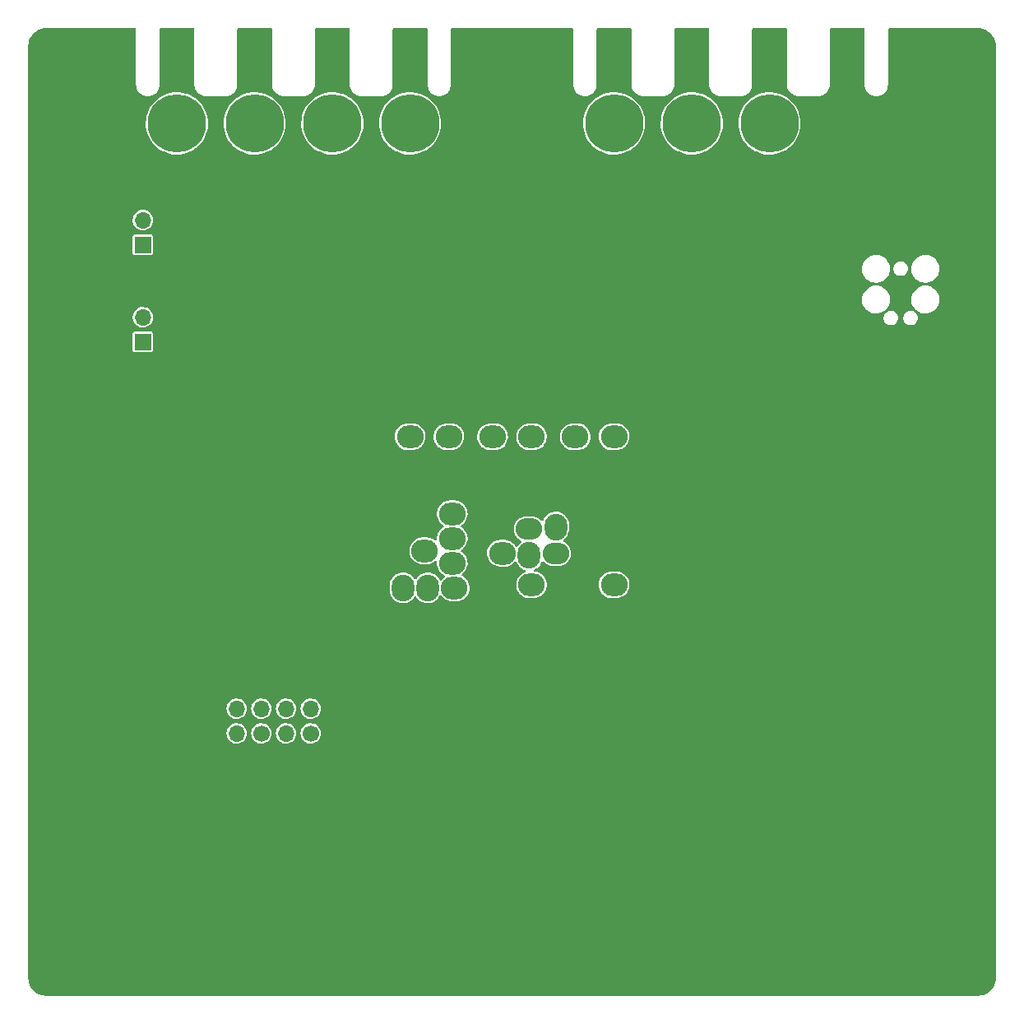
<source format=gbr>
%TF.GenerationSoftware,KiCad,Pcbnew,(6.0.0)*%
%TF.CreationDate,2022-08-21T23:10:38+12:00*%
%TF.ProjectId,TEST_FIXTURE,54455354-5f46-4495-9854-5552452e6b69,v1.0*%
%TF.SameCoordinates,Original*%
%TF.FileFunction,Copper,L2,Bot*%
%TF.FilePolarity,Positive*%
%FSLAX46Y46*%
G04 Gerber Fmt 4.6, Leading zero omitted, Abs format (unit mm)*
G04 Created by KiCad (PCBNEW (6.0.0)) date 2022-08-21 23:10:38*
%MOMM*%
%LPD*%
G01*
G04 APERTURE LIST*
%TA.AperFunction,ComponentPad*%
%ADD10C,3.400000*%
%TD*%
%TA.AperFunction,ConnectorPad*%
%ADD11C,6.000000*%
%TD*%
%TA.AperFunction,ComponentPad*%
%ADD12O,1.700000X1.700000*%
%TD*%
%TA.AperFunction,ComponentPad*%
%ADD13R,1.700000X1.700000*%
%TD*%
%TA.AperFunction,ComponentPad*%
%ADD14O,2.750000X2.340000*%
%TD*%
%TA.AperFunction,ComponentPad*%
%ADD15O,2.340000X2.750000*%
%TD*%
%TA.AperFunction,ComponentPad*%
%ADD16O,2.750000X2.200000*%
%TD*%
%TA.AperFunction,ComponentPad*%
%ADD17C,1.700000*%
%TD*%
%TA.AperFunction,ViaPad*%
%ADD18C,0.800000*%
%TD*%
G04 APERTURE END LIST*
D10*
%TO.P,H16,1,1*%
%TO.N,/GND*%
X234500000Y-110000000D03*
D11*
X234500000Y-110000000D03*
%TD*%
D10*
%TO.P,H15,1,1*%
%TO.N,/CAL*%
X226500000Y-110000000D03*
D11*
X226500000Y-110000000D03*
%TD*%
D12*
%TO.P,J4,3,Pin_3*%
%TO.N,/GND*%
X162000000Y-127420000D03*
%TO.P,J4,2,Pin_2*%
%TO.N,/5V*%
X162000000Y-129960000D03*
D13*
%TO.P,J4,1,Pin_1*%
%TO.N,/OUT_S2*%
X162000000Y-132500000D03*
%TD*%
D12*
%TO.P,J3,3,Pin_3*%
%TO.N,/GND*%
X162000000Y-117420000D03*
%TO.P,J3,2,Pin_2*%
%TO.N,/5V*%
X162000000Y-119960000D03*
D13*
%TO.P,J3,1,Pin_1*%
%TO.N,/OUT_S1*%
X162000000Y-122500000D03*
%TD*%
D10*
%TO.P,H14,1,1*%
%TO.N,/M1-*%
X181500000Y-110000000D03*
D11*
X181500000Y-110000000D03*
%TD*%
D10*
%TO.P,H13,1,1*%
%TO.N,/M2-*%
X165500000Y-110000000D03*
D11*
X165500000Y-110000000D03*
%TD*%
D10*
%TO.P,H12,1,1*%
%TO.N,/M2+*%
X173500000Y-110000000D03*
D11*
X173500000Y-110000000D03*
%TD*%
D10*
%TO.P,H11,1,1*%
%TO.N,/M1+*%
X189500000Y-110000000D03*
D11*
X189500000Y-110000000D03*
%TD*%
D10*
%TO.P,H10,1,1*%
%TO.N,/BATT-*%
X210500000Y-110000000D03*
D11*
X210500000Y-110000000D03*
%TD*%
D10*
%TO.P,H9,1,1*%
%TO.N,/BATT+*%
X218500000Y-110000000D03*
D11*
X218500000Y-110000000D03*
%TD*%
D14*
%TO.P,J13,1*%
%TO.N,Net-(J13-Pad1)*%
X206500000Y-142250000D03*
%TD*%
%TO.P,J14,1*%
%TO.N,Net-(J14-Pad1)*%
X202000000Y-142250000D03*
%TD*%
%TO.P,J30,1*%
%TO.N,Net-(J30-Pad1)*%
X199000000Y-154250000D03*
%TD*%
%TO.P,J15,1*%
%TO.N,Net-(J15-Pad1)*%
X198000000Y-142250000D03*
%TD*%
%TO.P,J25,1*%
%TO.N,Net-(J25-Pad1)*%
X210500000Y-157500000D03*
%TD*%
%TO.P,J21,1*%
%TO.N,Net-(J21-Pad1)*%
X193850000Y-150190000D03*
%TD*%
D15*
%TO.P,J23,1*%
%TO.N,Net-(J23-Pad1)*%
X188770000Y-157810000D03*
%TD*%
D14*
%TO.P,J17,1*%
%TO.N,Net-(J17-Pad1)*%
X189500000Y-142250000D03*
%TD*%
D11*
%TO.P,H8,1,1*%
%TO.N,/GND*%
X155000000Y-150000000D03*
D10*
X155000000Y-150000000D03*
%TD*%
D14*
%TO.P,J12,1*%
%TO.N,Net-(J12-Pad1)*%
X210500000Y-142250000D03*
%TD*%
D16*
%TO.P,J28,1*%
%TO.N,Net-(J28-Pad1)*%
X204500000Y-154250000D03*
%TD*%
D14*
%TO.P,J26,1*%
%TO.N,Net-(J26-Pad1)*%
X191000000Y-154000000D03*
%TD*%
%TO.P,J19,1*%
%TO.N,Net-(J19-Pad1)*%
X193850000Y-155270000D03*
%TD*%
D11*
%TO.P,H2,1,1*%
%TO.N,/GND*%
X200000000Y-195000000D03*
D10*
X200000000Y-195000000D03*
%TD*%
D15*
%TO.P,J27,1*%
%TO.N,Net-(J27-Pad1)*%
X201750000Y-154455000D03*
%TD*%
D14*
%TO.P,J20,1*%
%TO.N,Net-(J20-Pad1)*%
X193850000Y-152730000D03*
%TD*%
D16*
%TO.P,J29,1*%
%TO.N,Net-(J29-Pad1)*%
X201750000Y-151750000D03*
%TD*%
D15*
%TO.P,J22,1*%
%TO.N,Net-(J22-Pad1)*%
X191310000Y-157810000D03*
%TD*%
%TO.P,J31,1*%
%TO.N,Net-(J31-Pad1)*%
X204500000Y-151545000D03*
%TD*%
D11*
%TO.P,H1,1,1*%
%TO.N,/GND*%
X155000000Y-195000000D03*
D10*
X155000000Y-195000000D03*
%TD*%
D11*
%TO.P,H5,1,1*%
%TO.N,/GND*%
X245000000Y-105000000D03*
D10*
X245000000Y-105000000D03*
%TD*%
%TO.P,H7,1,1*%
%TO.N,/GND*%
X155000000Y-105000000D03*
D11*
X155000000Y-105000000D03*
%TD*%
%TO.P,H4,1,1*%
%TO.N,/GND*%
X245000000Y-150000000D03*
D10*
X245000000Y-150000000D03*
%TD*%
D14*
%TO.P,J18,1*%
%TO.N,Net-(J18-Pad1)*%
X194055000Y-157810000D03*
%TD*%
D17*
%TO.P,J1,1,Pin_1*%
%TO.N,/RADIO_S1*%
X179280000Y-172800000D03*
D12*
%TO.P,J1,2,Pin_2*%
%TO.N,/RADIO_S2*%
X176740000Y-172800000D03*
%TO.P,J1,3,Pin_3*%
%TO.N,/5V*%
X179280000Y-170260000D03*
%TO.P,J1,4,Pin_4*%
X176740000Y-170260000D03*
%TO.P,J1,5,Pin_5*%
%TO.N,/GND*%
X179280000Y-167720000D03*
%TO.P,J1,6,Pin_6*%
X176740000Y-167720000D03*
%TD*%
D14*
%TO.P,J24,1*%
%TO.N,Net-(J24-Pad1)*%
X202000000Y-157500000D03*
%TD*%
D11*
%TO.P,H6,1,1*%
%TO.N,/GND*%
X200000000Y-105000000D03*
D10*
X200000000Y-105000000D03*
%TD*%
D14*
%TO.P,J16,1*%
%TO.N,Net-(J16-Pad1)*%
X193500000Y-142250000D03*
%TD*%
D17*
%TO.P,J2,1,Pin_1*%
%TO.N,/RADIO_S3*%
X174200000Y-172800000D03*
D12*
%TO.P,J2,2,Pin_2*%
%TO.N,/RADIO_S4*%
X171660000Y-172800000D03*
%TO.P,J2,3,Pin_3*%
%TO.N,/5V*%
X174200000Y-170260000D03*
%TO.P,J2,4,Pin_4*%
X171660000Y-170260000D03*
%TO.P,J2,5,Pin_5*%
%TO.N,/GND*%
X174200000Y-167720000D03*
%TO.P,J2,6,Pin_6*%
X171660000Y-167720000D03*
%TD*%
D11*
%TO.P,H3,1,1*%
%TO.N,/GND*%
X245000000Y-195000000D03*
D10*
X245000000Y-195000000D03*
%TD*%
D18*
%TO.N,/GND*%
X170400000Y-122400000D03*
X176500000Y-127800000D03*
X193800000Y-121100000D03*
X187100000Y-120900000D03*
X181400000Y-121100000D03*
X175500000Y-121200000D03*
X162900000Y-114700000D03*
X192700000Y-114800000D03*
X207700000Y-120800000D03*
X229500000Y-125100000D03*
X230400000Y-115000000D03*
X207500000Y-126600000D03*
X207200000Y-115200000D03*
X200200000Y-126900000D03*
X193400000Y-127300000D03*
X187700000Y-127100000D03*
X181500000Y-127400000D03*
X169600000Y-114800000D03*
X177400000Y-114600000D03*
X185600000Y-114800000D03*
X183100000Y-134900000D03*
X189500000Y-135000000D03*
X195600000Y-135100000D03*
X199900000Y-134600000D03*
X204500000Y-134600000D03*
X208300000Y-135000000D03*
X222500000Y-122500000D03*
X214200000Y-122200000D03*
X213500000Y-127000000D03*
X214200000Y-115700000D03*
X221800000Y-129600000D03*
X222500000Y-116500000D03*
X214100000Y-138800000D03*
X224700000Y-139800000D03*
X207800000Y-146300000D03*
X218500000Y-145200000D03*
X230300000Y-132000000D03*
X233200000Y-120900000D03*
X245500000Y-121100000D03*
X240100000Y-121200000D03*
X230200000Y-141700000D03*
X237000000Y-134400000D03*
X222800000Y-149400000D03*
X213300000Y-154600000D03*
X213200000Y-164700000D03*
X210800000Y-169400000D03*
X202000000Y-177500000D03*
X195800000Y-183600000D03*
X193100000Y-185500000D03*
X180900000Y-185200000D03*
X168900000Y-185200000D03*
X165600000Y-183400000D03*
X161100000Y-179000000D03*
X159500000Y-176300000D03*
X160300000Y-164600000D03*
X159800000Y-153500000D03*
X159500000Y-145700000D03*
X159500000Y-135200000D03*
X170500000Y-135300000D03*
X171200000Y-145600000D03*
X170600000Y-154200000D03*
X170600000Y-163300000D03*
X167200000Y-164600000D03*
X163700000Y-164600000D03*
X163700000Y-153100000D03*
X163900000Y-145700000D03*
X167300000Y-145300000D03*
X167400000Y-153800000D03*
X167100000Y-135500000D03*
X162500000Y-125100000D03*
X167200000Y-124700000D03*
X163800000Y-135500000D03*
X199600000Y-174400000D03*
X205700000Y-166800000D03*
X180600000Y-178300000D03*
X180600000Y-181400000D03*
X163900000Y-176500000D03*
X169100000Y-181200000D03*
X192800000Y-181100000D03*
X168100000Y-173100000D03*
X171200000Y-177900000D03*
X195400000Y-173800000D03*
X191200000Y-177900000D03*
X199800000Y-169400000D03*
X191300000Y-170600000D03*
X182500000Y-172700000D03*
X193700000Y-160600000D03*
X197600000Y-149100000D03*
X198900000Y-156900000D03*
X208100000Y-158100000D03*
X205000000Y-158100000D03*
X206500000Y-149500000D03*
X188800000Y-162500000D03*
X185700000Y-146200000D03*
X188900000Y-151700000D03*
X207200000Y-152200000D03*
X237200000Y-130400000D03*
X240000000Y-131100000D03*
%TD*%
%TA.AperFunction,Conductor*%
%TO.N,/GND*%
G36*
X161242121Y-100220002D02*
G01*
X161288614Y-100273658D01*
X161300000Y-100326000D01*
X161300000Y-105962976D01*
X161298047Y-105980184D01*
X161298037Y-105985813D01*
X161294857Y-105999642D01*
X161295717Y-106003444D01*
X161313716Y-106209174D01*
X161315140Y-106214487D01*
X161315140Y-106214489D01*
X161358562Y-106376540D01*
X161368061Y-106411992D01*
X161370383Y-106416972D01*
X161370384Y-106416974D01*
X161439730Y-106565685D01*
X161456800Y-106602292D01*
X161577235Y-106774292D01*
X161725708Y-106922765D01*
X161897708Y-107043200D01*
X161902686Y-107045521D01*
X161902689Y-107045523D01*
X162063683Y-107120596D01*
X162088008Y-107131939D01*
X162093316Y-107133361D01*
X162093318Y-107133362D01*
X162140305Y-107145952D01*
X162290826Y-107186284D01*
X162500000Y-107204584D01*
X162709174Y-107186284D01*
X162859695Y-107145952D01*
X162906682Y-107133362D01*
X162906684Y-107133361D01*
X162911992Y-107131939D01*
X162936317Y-107120596D01*
X163097311Y-107045523D01*
X163097314Y-107045521D01*
X163102292Y-107043200D01*
X163274292Y-106922765D01*
X163422765Y-106774292D01*
X163543200Y-106602292D01*
X163560271Y-106565685D01*
X163629616Y-106416974D01*
X163629617Y-106416972D01*
X163631939Y-106411992D01*
X163686284Y-106209174D01*
X163704145Y-106005017D01*
X163704627Y-106005059D01*
X163704466Y-106003633D01*
X163705142Y-106000716D01*
X163705143Y-106000000D01*
X163703154Y-105991282D01*
X163700000Y-105963267D01*
X163700000Y-100326000D01*
X163720002Y-100257879D01*
X163773658Y-100211386D01*
X163826000Y-100200000D01*
X167174000Y-100200000D01*
X167242121Y-100220002D01*
X167288614Y-100273658D01*
X167300000Y-100326000D01*
X167300000Y-105962688D01*
X167296746Y-105991137D01*
X167294858Y-105999284D01*
X167294857Y-106000000D01*
X167296439Y-106006937D01*
X167297230Y-106014009D01*
X167297045Y-106014030D01*
X167297764Y-106018750D01*
X167311109Y-106188302D01*
X167312263Y-106193109D01*
X167312264Y-106193115D01*
X167317395Y-106214487D01*
X167355203Y-106371967D01*
X167357096Y-106376538D01*
X167357097Y-106376540D01*
X167385229Y-106444455D01*
X167427486Y-106546473D01*
X167526178Y-106707523D01*
X167648848Y-106851152D01*
X167792477Y-106973822D01*
X167953527Y-107072514D01*
X167958097Y-107074407D01*
X167958101Y-107074409D01*
X168123458Y-107142902D01*
X168128033Y-107144797D01*
X168192181Y-107160197D01*
X168306885Y-107187736D01*
X168306891Y-107187737D01*
X168311698Y-107188891D01*
X168480186Y-107202152D01*
X168485215Y-107202929D01*
X168485240Y-107202714D01*
X168492328Y-107203530D01*
X168499284Y-107205142D01*
X168500000Y-107205143D01*
X168508718Y-107203154D01*
X168536733Y-107200000D01*
X170462689Y-107200000D01*
X170491138Y-107203254D01*
X170499285Y-107205142D01*
X170500001Y-107205143D01*
X170506938Y-107203561D01*
X170514010Y-107202770D01*
X170514031Y-107202955D01*
X170518751Y-107202236D01*
X170612571Y-107194851D01*
X170688302Y-107188891D01*
X170871967Y-107144796D01*
X170981229Y-107099538D01*
X171041899Y-107074408D01*
X171041903Y-107074406D01*
X171046473Y-107072513D01*
X171207523Y-106973822D01*
X171211278Y-106970615D01*
X171211282Y-106970612D01*
X171347395Y-106854359D01*
X171351151Y-106851151D01*
X171384722Y-106811845D01*
X171470612Y-106711282D01*
X171470615Y-106711278D01*
X171473822Y-106707523D01*
X171572513Y-106546473D01*
X171644796Y-106371967D01*
X171688891Y-106188302D01*
X171702152Y-106019815D01*
X171702929Y-106014786D01*
X171702714Y-106014761D01*
X171703530Y-106007673D01*
X171705142Y-106000717D01*
X171705143Y-106000001D01*
X171703154Y-105991283D01*
X171700000Y-105963268D01*
X171700000Y-100326000D01*
X171720002Y-100257879D01*
X171773658Y-100211386D01*
X171826000Y-100200000D01*
X175174000Y-100200000D01*
X175242121Y-100220002D01*
X175288614Y-100273658D01*
X175300000Y-100326000D01*
X175300000Y-105962689D01*
X175296746Y-105991138D01*
X175294858Y-105999285D01*
X175294857Y-106000001D01*
X175296439Y-106006938D01*
X175297230Y-106014010D01*
X175297045Y-106014031D01*
X175297764Y-106018750D01*
X175311109Y-106188302D01*
X175355204Y-106371967D01*
X175427487Y-106546473D01*
X175526178Y-106707523D01*
X175529385Y-106711278D01*
X175529388Y-106711282D01*
X175615278Y-106811845D01*
X175648849Y-106851151D01*
X175652605Y-106854359D01*
X175788718Y-106970612D01*
X175788722Y-106970615D01*
X175792477Y-106973822D01*
X175953527Y-107072513D01*
X175958097Y-107074406D01*
X175958101Y-107074408D01*
X176018771Y-107099538D01*
X176128033Y-107144796D01*
X176311698Y-107188891D01*
X176480185Y-107202152D01*
X176485214Y-107202929D01*
X176485239Y-107202714D01*
X176492327Y-107203530D01*
X176499283Y-107205142D01*
X176499999Y-107205143D01*
X176508717Y-107203154D01*
X176536732Y-107200000D01*
X178462689Y-107200000D01*
X178491138Y-107203254D01*
X178499285Y-107205142D01*
X178500001Y-107205143D01*
X178506938Y-107203561D01*
X178514010Y-107202770D01*
X178514031Y-107202955D01*
X178518751Y-107202236D01*
X178612571Y-107194851D01*
X178688302Y-107188891D01*
X178871967Y-107144796D01*
X178981229Y-107099538D01*
X179041899Y-107074408D01*
X179041903Y-107074406D01*
X179046473Y-107072513D01*
X179207523Y-106973822D01*
X179211278Y-106970615D01*
X179211282Y-106970612D01*
X179347395Y-106854359D01*
X179351151Y-106851151D01*
X179384722Y-106811845D01*
X179470612Y-106711282D01*
X179470615Y-106711278D01*
X179473822Y-106707523D01*
X179572513Y-106546473D01*
X179644796Y-106371967D01*
X179688891Y-106188302D01*
X179702152Y-106019815D01*
X179702929Y-106014786D01*
X179702714Y-106014761D01*
X179703530Y-106007673D01*
X179705142Y-106000717D01*
X179705143Y-106000001D01*
X179703154Y-105991283D01*
X179700000Y-105963268D01*
X179700000Y-100326000D01*
X179720002Y-100257879D01*
X179773658Y-100211386D01*
X179826000Y-100200000D01*
X183174000Y-100200000D01*
X183242121Y-100220002D01*
X183288614Y-100273658D01*
X183300000Y-100326000D01*
X183300000Y-105962689D01*
X183296746Y-105991138D01*
X183294858Y-105999285D01*
X183294857Y-106000001D01*
X183296439Y-106006938D01*
X183297230Y-106014010D01*
X183297045Y-106014031D01*
X183297764Y-106018750D01*
X183311109Y-106188302D01*
X183355204Y-106371967D01*
X183427487Y-106546473D01*
X183526178Y-106707523D01*
X183529385Y-106711278D01*
X183529388Y-106711282D01*
X183615278Y-106811845D01*
X183648849Y-106851151D01*
X183652605Y-106854359D01*
X183788718Y-106970612D01*
X183788722Y-106970615D01*
X183792477Y-106973822D01*
X183953527Y-107072513D01*
X183958097Y-107074406D01*
X183958101Y-107074408D01*
X184018771Y-107099538D01*
X184128033Y-107144796D01*
X184311698Y-107188891D01*
X184480185Y-107202152D01*
X184485214Y-107202929D01*
X184485239Y-107202714D01*
X184492327Y-107203530D01*
X184499283Y-107205142D01*
X184499999Y-107205143D01*
X184508717Y-107203154D01*
X184536732Y-107200000D01*
X186462689Y-107200000D01*
X186491138Y-107203254D01*
X186499285Y-107205142D01*
X186500001Y-107205143D01*
X186506938Y-107203561D01*
X186514010Y-107202770D01*
X186514031Y-107202955D01*
X186518751Y-107202236D01*
X186612571Y-107194851D01*
X186688302Y-107188891D01*
X186871967Y-107144796D01*
X186981229Y-107099538D01*
X187041899Y-107074408D01*
X187041903Y-107074406D01*
X187046473Y-107072513D01*
X187207523Y-106973822D01*
X187211278Y-106970615D01*
X187211282Y-106970612D01*
X187347395Y-106854359D01*
X187351151Y-106851151D01*
X187384722Y-106811845D01*
X187470612Y-106711282D01*
X187470615Y-106711278D01*
X187473822Y-106707523D01*
X187572513Y-106546473D01*
X187644796Y-106371967D01*
X187688891Y-106188302D01*
X187702152Y-106019815D01*
X187702929Y-106014786D01*
X187702714Y-106014761D01*
X187703530Y-106007673D01*
X187705142Y-106000717D01*
X187705143Y-106000001D01*
X187703154Y-105991283D01*
X187700000Y-105963268D01*
X187700000Y-100326000D01*
X187720002Y-100257879D01*
X187773658Y-100211386D01*
X187826000Y-100200000D01*
X191174000Y-100200000D01*
X191242121Y-100220002D01*
X191288614Y-100273658D01*
X191300000Y-100326000D01*
X191300000Y-105962976D01*
X191298047Y-105980184D01*
X191298037Y-105985813D01*
X191294857Y-105999642D01*
X191295717Y-106003444D01*
X191313716Y-106209174D01*
X191315140Y-106214487D01*
X191315140Y-106214489D01*
X191358562Y-106376540D01*
X191368061Y-106411992D01*
X191370383Y-106416972D01*
X191370384Y-106416974D01*
X191439730Y-106565685D01*
X191456800Y-106602292D01*
X191577235Y-106774292D01*
X191725708Y-106922765D01*
X191897708Y-107043200D01*
X191902686Y-107045521D01*
X191902689Y-107045523D01*
X192063683Y-107120596D01*
X192088008Y-107131939D01*
X192093316Y-107133361D01*
X192093318Y-107133362D01*
X192140305Y-107145952D01*
X192290826Y-107186284D01*
X192500000Y-107204584D01*
X192709174Y-107186284D01*
X192859695Y-107145952D01*
X192906682Y-107133362D01*
X192906684Y-107133361D01*
X192911992Y-107131939D01*
X192936317Y-107120596D01*
X193097311Y-107045523D01*
X193097314Y-107045521D01*
X193102292Y-107043200D01*
X193274292Y-106922765D01*
X193422765Y-106774292D01*
X193543200Y-106602292D01*
X193560271Y-106565685D01*
X193629616Y-106416974D01*
X193629617Y-106416972D01*
X193631939Y-106411992D01*
X193686284Y-106209174D01*
X193704145Y-106005017D01*
X193704627Y-106005059D01*
X193704466Y-106003633D01*
X193705142Y-106000716D01*
X193705143Y-106000000D01*
X193703154Y-105991282D01*
X193700000Y-105963267D01*
X193700000Y-100326000D01*
X193720002Y-100257879D01*
X193773658Y-100211386D01*
X193826000Y-100200000D01*
X206174000Y-100200000D01*
X206242121Y-100220002D01*
X206288614Y-100273658D01*
X206300000Y-100326000D01*
X206300000Y-105962976D01*
X206298047Y-105980184D01*
X206298037Y-105985813D01*
X206294857Y-105999642D01*
X206295717Y-106003444D01*
X206313716Y-106209174D01*
X206315140Y-106214487D01*
X206315140Y-106214489D01*
X206358562Y-106376540D01*
X206368061Y-106411992D01*
X206370383Y-106416972D01*
X206370384Y-106416974D01*
X206439730Y-106565685D01*
X206456800Y-106602292D01*
X206577235Y-106774292D01*
X206725708Y-106922765D01*
X206897708Y-107043200D01*
X206902686Y-107045521D01*
X206902689Y-107045523D01*
X207063683Y-107120596D01*
X207088008Y-107131939D01*
X207093316Y-107133361D01*
X207093318Y-107133362D01*
X207140305Y-107145952D01*
X207290826Y-107186284D01*
X207500000Y-107204584D01*
X207709174Y-107186284D01*
X207859695Y-107145952D01*
X207906682Y-107133362D01*
X207906684Y-107133361D01*
X207911992Y-107131939D01*
X207936317Y-107120596D01*
X208097311Y-107045523D01*
X208097314Y-107045521D01*
X208102292Y-107043200D01*
X208274292Y-106922765D01*
X208422765Y-106774292D01*
X208543200Y-106602292D01*
X208560271Y-106565685D01*
X208629616Y-106416974D01*
X208629617Y-106416972D01*
X208631939Y-106411992D01*
X208686284Y-106209174D01*
X208704145Y-106005017D01*
X208704627Y-106005059D01*
X208704466Y-106003633D01*
X208705142Y-106000716D01*
X208705143Y-106000000D01*
X208703154Y-105991282D01*
X208700000Y-105963267D01*
X208700000Y-100326000D01*
X208720002Y-100257879D01*
X208773658Y-100211386D01*
X208826000Y-100200000D01*
X212174000Y-100200000D01*
X212242121Y-100220002D01*
X212288614Y-100273658D01*
X212300000Y-100326000D01*
X212300000Y-105962689D01*
X212296746Y-105991138D01*
X212294858Y-105999285D01*
X212294857Y-106000001D01*
X212296439Y-106006938D01*
X212297230Y-106014010D01*
X212297045Y-106014031D01*
X212297764Y-106018750D01*
X212311109Y-106188302D01*
X212355204Y-106371967D01*
X212427487Y-106546473D01*
X212526178Y-106707523D01*
X212529385Y-106711278D01*
X212529388Y-106711282D01*
X212615278Y-106811845D01*
X212648849Y-106851151D01*
X212652605Y-106854359D01*
X212788718Y-106970612D01*
X212788722Y-106970615D01*
X212792477Y-106973822D01*
X212953527Y-107072513D01*
X212958097Y-107074406D01*
X212958101Y-107074408D01*
X213018771Y-107099538D01*
X213128033Y-107144796D01*
X213311698Y-107188891D01*
X213480185Y-107202152D01*
X213485214Y-107202929D01*
X213485239Y-107202714D01*
X213492327Y-107203530D01*
X213499283Y-107205142D01*
X213499999Y-107205143D01*
X213508717Y-107203154D01*
X213536732Y-107200000D01*
X215462689Y-107200000D01*
X215491138Y-107203254D01*
X215499285Y-107205142D01*
X215500001Y-107205143D01*
X215506938Y-107203561D01*
X215514010Y-107202770D01*
X215514031Y-107202955D01*
X215518751Y-107202236D01*
X215612571Y-107194851D01*
X215688302Y-107188891D01*
X215871967Y-107144796D01*
X215981229Y-107099538D01*
X216041899Y-107074408D01*
X216041903Y-107074406D01*
X216046473Y-107072513D01*
X216207523Y-106973822D01*
X216211278Y-106970615D01*
X216211282Y-106970612D01*
X216347395Y-106854359D01*
X216351151Y-106851151D01*
X216384722Y-106811845D01*
X216470612Y-106711282D01*
X216470615Y-106711278D01*
X216473822Y-106707523D01*
X216572513Y-106546473D01*
X216644796Y-106371967D01*
X216688891Y-106188302D01*
X216702152Y-106019815D01*
X216702929Y-106014786D01*
X216702714Y-106014761D01*
X216703530Y-106007673D01*
X216705142Y-106000717D01*
X216705143Y-106000001D01*
X216703154Y-105991283D01*
X216700000Y-105963268D01*
X216700000Y-100326000D01*
X216720002Y-100257879D01*
X216773658Y-100211386D01*
X216826000Y-100200000D01*
X220174000Y-100200000D01*
X220242121Y-100220002D01*
X220288614Y-100273658D01*
X220300000Y-100326000D01*
X220300000Y-105962689D01*
X220296746Y-105991138D01*
X220294858Y-105999285D01*
X220294857Y-106000001D01*
X220296439Y-106006938D01*
X220297230Y-106014010D01*
X220297045Y-106014031D01*
X220297764Y-106018750D01*
X220311109Y-106188302D01*
X220355204Y-106371967D01*
X220427487Y-106546473D01*
X220526178Y-106707523D01*
X220529385Y-106711278D01*
X220529388Y-106711282D01*
X220615278Y-106811845D01*
X220648849Y-106851151D01*
X220652605Y-106854359D01*
X220788718Y-106970612D01*
X220788722Y-106970615D01*
X220792477Y-106973822D01*
X220953527Y-107072513D01*
X220958097Y-107074406D01*
X220958101Y-107074408D01*
X221018771Y-107099538D01*
X221128033Y-107144796D01*
X221311698Y-107188891D01*
X221480185Y-107202152D01*
X221485214Y-107202929D01*
X221485239Y-107202714D01*
X221492327Y-107203530D01*
X221499283Y-107205142D01*
X221499999Y-107205143D01*
X221508717Y-107203154D01*
X221536732Y-107200000D01*
X223462689Y-107200000D01*
X223491138Y-107203254D01*
X223499285Y-107205142D01*
X223500001Y-107205143D01*
X223506938Y-107203561D01*
X223514010Y-107202770D01*
X223514031Y-107202955D01*
X223518751Y-107202236D01*
X223612571Y-107194851D01*
X223688302Y-107188891D01*
X223871967Y-107144796D01*
X223981229Y-107099538D01*
X224041899Y-107074408D01*
X224041903Y-107074406D01*
X224046473Y-107072513D01*
X224207523Y-106973822D01*
X224211278Y-106970615D01*
X224211282Y-106970612D01*
X224347395Y-106854359D01*
X224351151Y-106851151D01*
X224384722Y-106811845D01*
X224470612Y-106711282D01*
X224470615Y-106711278D01*
X224473822Y-106707523D01*
X224572513Y-106546473D01*
X224644796Y-106371967D01*
X224688891Y-106188302D01*
X224702152Y-106019815D01*
X224702929Y-106014786D01*
X224702714Y-106014761D01*
X224703530Y-106007673D01*
X224705142Y-106000717D01*
X224705143Y-106000001D01*
X224703154Y-105991283D01*
X224700000Y-105963268D01*
X224700000Y-100326000D01*
X224720002Y-100257879D01*
X224773658Y-100211386D01*
X224826000Y-100200000D01*
X228174000Y-100200000D01*
X228242121Y-100220002D01*
X228288614Y-100273658D01*
X228300000Y-100326000D01*
X228300000Y-105962689D01*
X228296746Y-105991138D01*
X228294858Y-105999285D01*
X228294857Y-106000001D01*
X228296439Y-106006938D01*
X228297230Y-106014010D01*
X228297045Y-106014031D01*
X228297764Y-106018750D01*
X228311109Y-106188302D01*
X228355204Y-106371967D01*
X228427487Y-106546473D01*
X228526178Y-106707523D01*
X228529385Y-106711278D01*
X228529388Y-106711282D01*
X228615278Y-106811845D01*
X228648849Y-106851151D01*
X228652605Y-106854359D01*
X228788718Y-106970612D01*
X228788722Y-106970615D01*
X228792477Y-106973822D01*
X228953527Y-107072513D01*
X228958097Y-107074406D01*
X228958101Y-107074408D01*
X229018771Y-107099538D01*
X229128033Y-107144796D01*
X229311698Y-107188891D01*
X229480185Y-107202152D01*
X229485214Y-107202929D01*
X229485239Y-107202714D01*
X229492327Y-107203530D01*
X229499283Y-107205142D01*
X229499999Y-107205143D01*
X229508717Y-107203154D01*
X229536732Y-107200000D01*
X231462689Y-107200000D01*
X231491138Y-107203254D01*
X231499285Y-107205142D01*
X231500001Y-107205143D01*
X231506938Y-107203561D01*
X231514010Y-107202770D01*
X231514031Y-107202955D01*
X231518751Y-107202236D01*
X231612571Y-107194851D01*
X231688302Y-107188891D01*
X231871967Y-107144796D01*
X231981229Y-107099538D01*
X232041899Y-107074408D01*
X232041903Y-107074406D01*
X232046473Y-107072513D01*
X232207523Y-106973822D01*
X232211278Y-106970615D01*
X232211282Y-106970612D01*
X232347395Y-106854359D01*
X232351151Y-106851151D01*
X232384722Y-106811845D01*
X232470612Y-106711282D01*
X232470615Y-106711278D01*
X232473822Y-106707523D01*
X232572513Y-106546473D01*
X232644796Y-106371967D01*
X232688891Y-106188302D01*
X232702152Y-106019815D01*
X232702929Y-106014786D01*
X232702714Y-106014761D01*
X232703530Y-106007673D01*
X232705142Y-106000717D01*
X232705143Y-106000001D01*
X232703154Y-105991283D01*
X232700000Y-105963268D01*
X232700000Y-100326000D01*
X232720002Y-100257879D01*
X232773658Y-100211386D01*
X232826000Y-100200000D01*
X236174000Y-100200000D01*
X236242121Y-100220002D01*
X236288614Y-100273658D01*
X236300000Y-100326000D01*
X236300000Y-105962976D01*
X236298047Y-105980184D01*
X236298037Y-105985813D01*
X236294857Y-105999642D01*
X236295717Y-106003444D01*
X236313716Y-106209174D01*
X236315140Y-106214487D01*
X236315140Y-106214489D01*
X236358562Y-106376540D01*
X236368061Y-106411992D01*
X236370383Y-106416972D01*
X236370384Y-106416974D01*
X236439730Y-106565685D01*
X236456800Y-106602292D01*
X236577235Y-106774292D01*
X236725708Y-106922765D01*
X236897708Y-107043200D01*
X236902686Y-107045521D01*
X236902689Y-107045523D01*
X237063683Y-107120596D01*
X237088008Y-107131939D01*
X237093316Y-107133361D01*
X237093318Y-107133362D01*
X237140305Y-107145952D01*
X237290826Y-107186284D01*
X237500000Y-107204584D01*
X237709174Y-107186284D01*
X237859695Y-107145952D01*
X237906682Y-107133362D01*
X237906684Y-107133361D01*
X237911992Y-107131939D01*
X237936317Y-107120596D01*
X238097311Y-107045523D01*
X238097314Y-107045521D01*
X238102292Y-107043200D01*
X238274292Y-106922765D01*
X238422765Y-106774292D01*
X238543200Y-106602292D01*
X238560271Y-106565685D01*
X238629616Y-106416974D01*
X238629617Y-106416972D01*
X238631939Y-106411992D01*
X238686284Y-106209174D01*
X238704145Y-106005017D01*
X238704627Y-106005059D01*
X238704466Y-106003633D01*
X238705142Y-106000716D01*
X238705143Y-106000000D01*
X238703154Y-105991282D01*
X238700000Y-105963267D01*
X238700000Y-100326000D01*
X238720002Y-100257879D01*
X238773658Y-100211386D01*
X238826000Y-100200000D01*
X247962976Y-100200000D01*
X247980182Y-100201953D01*
X247985813Y-100201963D01*
X247999642Y-100205143D01*
X248013483Y-100202011D01*
X248027147Y-100202035D01*
X248035165Y-100202305D01*
X248076089Y-100204987D01*
X248226703Y-100214859D01*
X248243044Y-100217010D01*
X248457778Y-100259724D01*
X248473697Y-100263990D01*
X248681009Y-100334362D01*
X248696233Y-100340668D01*
X248797621Y-100390666D01*
X248892592Y-100437501D01*
X248906866Y-100445742D01*
X249088901Y-100567374D01*
X249101977Y-100577407D01*
X249266583Y-100721763D01*
X249278237Y-100733417D01*
X249422593Y-100898023D01*
X249432626Y-100911099D01*
X249554258Y-101093134D01*
X249562499Y-101107408D01*
X249659331Y-101303763D01*
X249659331Y-101303764D01*
X249665638Y-101318991D01*
X249736010Y-101526303D01*
X249740276Y-101542222D01*
X249782990Y-101756956D01*
X249785141Y-101773297D01*
X249797787Y-101966230D01*
X249798057Y-101974692D01*
X249798037Y-101985812D01*
X249794857Y-101999642D01*
X249797989Y-102013482D01*
X249797980Y-102018372D01*
X249800000Y-102036448D01*
X249800000Y-197962976D01*
X249798047Y-197980182D01*
X249798037Y-197985813D01*
X249794857Y-197999642D01*
X249797989Y-198013483D01*
X249797965Y-198027147D01*
X249797695Y-198035168D01*
X249785141Y-198226705D01*
X249782990Y-198243045D01*
X249740278Y-198457773D01*
X249736012Y-198473694D01*
X249665637Y-198681011D01*
X249659330Y-198696237D01*
X249562499Y-198892592D01*
X249554258Y-198906866D01*
X249432626Y-199088901D01*
X249422593Y-199101977D01*
X249278237Y-199266583D01*
X249266583Y-199278237D01*
X249101977Y-199422593D01*
X249088901Y-199432626D01*
X248906866Y-199554258D01*
X248892592Y-199562499D01*
X248696237Y-199659330D01*
X248681011Y-199665637D01*
X248473694Y-199736012D01*
X248457773Y-199740278D01*
X248243045Y-199782990D01*
X248226705Y-199785141D01*
X248160142Y-199789504D01*
X248033759Y-199797787D01*
X248025308Y-199798057D01*
X248014188Y-199798037D01*
X248000358Y-199794857D01*
X247986518Y-199797989D01*
X247981628Y-199797980D01*
X247963552Y-199800000D01*
X152037024Y-199800000D01*
X152019818Y-199798047D01*
X152014187Y-199798037D01*
X152000358Y-199794857D01*
X151986517Y-199797989D01*
X151972853Y-199797965D01*
X151964835Y-199797695D01*
X151905162Y-199793784D01*
X151773295Y-199785141D01*
X151756955Y-199782990D01*
X151542227Y-199740278D01*
X151526306Y-199736012D01*
X151318989Y-199665637D01*
X151303763Y-199659330D01*
X151107408Y-199562499D01*
X151093134Y-199554258D01*
X150911099Y-199432626D01*
X150898023Y-199422593D01*
X150733417Y-199278237D01*
X150721763Y-199266583D01*
X150577407Y-199101977D01*
X150567374Y-199088901D01*
X150445742Y-198906866D01*
X150437501Y-198892592D01*
X150340670Y-198696237D01*
X150334363Y-198681011D01*
X150263988Y-198473694D01*
X150259722Y-198457773D01*
X150217010Y-198243045D01*
X150214859Y-198226705D01*
X150202213Y-198033770D01*
X150201943Y-198025308D01*
X150201963Y-198014188D01*
X150205143Y-198000358D01*
X150202011Y-197986518D01*
X150202020Y-197981628D01*
X150200000Y-197963552D01*
X150200000Y-172785262D01*
X170604520Y-172785262D01*
X170621759Y-172990553D01*
X170678544Y-173188586D01*
X170681359Y-173194063D01*
X170681360Y-173194066D01*
X170702247Y-173234707D01*
X170772712Y-173371818D01*
X170900677Y-173533270D01*
X171057564Y-173666791D01*
X171237398Y-173767297D01*
X171332238Y-173798113D01*
X171427471Y-173829056D01*
X171427475Y-173829057D01*
X171433329Y-173830959D01*
X171637894Y-173855351D01*
X171644029Y-173854879D01*
X171644031Y-173854879D01*
X171700039Y-173850569D01*
X171843300Y-173839546D01*
X171849230Y-173837890D01*
X171849232Y-173837890D01*
X172035797Y-173785800D01*
X172035796Y-173785800D01*
X172041725Y-173784145D01*
X172047214Y-173781372D01*
X172047220Y-173781370D01*
X172220116Y-173694033D01*
X172225610Y-173691258D01*
X172387951Y-173564424D01*
X172522564Y-173408472D01*
X172543387Y-173371818D01*
X172621276Y-173234707D01*
X172624323Y-173229344D01*
X172689351Y-173033863D01*
X172715171Y-172829474D01*
X172715583Y-172800000D01*
X172714138Y-172785262D01*
X173144520Y-172785262D01*
X173161759Y-172990553D01*
X173218544Y-173188586D01*
X173221359Y-173194063D01*
X173221360Y-173194066D01*
X173242247Y-173234707D01*
X173312712Y-173371818D01*
X173440677Y-173533270D01*
X173597564Y-173666791D01*
X173777398Y-173767297D01*
X173872238Y-173798113D01*
X173967471Y-173829056D01*
X173967475Y-173829057D01*
X173973329Y-173830959D01*
X174177894Y-173855351D01*
X174184029Y-173854879D01*
X174184031Y-173854879D01*
X174240039Y-173850569D01*
X174383300Y-173839546D01*
X174389230Y-173837890D01*
X174389232Y-173837890D01*
X174575797Y-173785800D01*
X174575796Y-173785800D01*
X174581725Y-173784145D01*
X174587214Y-173781372D01*
X174587220Y-173781370D01*
X174760116Y-173694033D01*
X174765610Y-173691258D01*
X174927951Y-173564424D01*
X175062564Y-173408472D01*
X175083387Y-173371818D01*
X175161276Y-173234707D01*
X175164323Y-173229344D01*
X175229351Y-173033863D01*
X175255171Y-172829474D01*
X175255583Y-172800000D01*
X175254138Y-172785262D01*
X175684520Y-172785262D01*
X175701759Y-172990553D01*
X175758544Y-173188586D01*
X175761359Y-173194063D01*
X175761360Y-173194066D01*
X175782247Y-173234707D01*
X175852712Y-173371818D01*
X175980677Y-173533270D01*
X176137564Y-173666791D01*
X176317398Y-173767297D01*
X176412238Y-173798113D01*
X176507471Y-173829056D01*
X176507475Y-173829057D01*
X176513329Y-173830959D01*
X176717894Y-173855351D01*
X176724029Y-173854879D01*
X176724031Y-173854879D01*
X176780039Y-173850569D01*
X176923300Y-173839546D01*
X176929230Y-173837890D01*
X176929232Y-173837890D01*
X177115797Y-173785800D01*
X177115796Y-173785800D01*
X177121725Y-173784145D01*
X177127214Y-173781372D01*
X177127220Y-173781370D01*
X177300116Y-173694033D01*
X177305610Y-173691258D01*
X177467951Y-173564424D01*
X177602564Y-173408472D01*
X177623387Y-173371818D01*
X177701276Y-173234707D01*
X177704323Y-173229344D01*
X177769351Y-173033863D01*
X177795171Y-172829474D01*
X177795583Y-172800000D01*
X177794138Y-172785262D01*
X178224520Y-172785262D01*
X178241759Y-172990553D01*
X178298544Y-173188586D01*
X178301359Y-173194063D01*
X178301360Y-173194066D01*
X178322247Y-173234707D01*
X178392712Y-173371818D01*
X178520677Y-173533270D01*
X178677564Y-173666791D01*
X178857398Y-173767297D01*
X178952238Y-173798113D01*
X179047471Y-173829056D01*
X179047475Y-173829057D01*
X179053329Y-173830959D01*
X179257894Y-173855351D01*
X179264029Y-173854879D01*
X179264031Y-173854879D01*
X179320039Y-173850569D01*
X179463300Y-173839546D01*
X179469230Y-173837890D01*
X179469232Y-173837890D01*
X179655797Y-173785800D01*
X179655796Y-173785800D01*
X179661725Y-173784145D01*
X179667214Y-173781372D01*
X179667220Y-173781370D01*
X179840116Y-173694033D01*
X179845610Y-173691258D01*
X180007951Y-173564424D01*
X180142564Y-173408472D01*
X180163387Y-173371818D01*
X180241276Y-173234707D01*
X180244323Y-173229344D01*
X180309351Y-173033863D01*
X180335171Y-172829474D01*
X180335583Y-172800000D01*
X180315480Y-172594970D01*
X180255935Y-172397749D01*
X180159218Y-172215849D01*
X180085859Y-172125902D01*
X180032906Y-172060975D01*
X180032903Y-172060972D01*
X180029011Y-172056200D01*
X180011786Y-172041950D01*
X179875025Y-171928811D01*
X179875021Y-171928809D01*
X179870275Y-171924882D01*
X179689055Y-171826897D01*
X179492254Y-171765977D01*
X179486129Y-171765333D01*
X179486128Y-171765333D01*
X179293498Y-171745087D01*
X179293496Y-171745087D01*
X179287369Y-171744443D01*
X179200529Y-171752346D01*
X179088342Y-171762555D01*
X179088339Y-171762556D01*
X179082203Y-171763114D01*
X178884572Y-171821280D01*
X178702002Y-171916726D01*
X178697201Y-171920586D01*
X178697198Y-171920588D01*
X178686971Y-171928811D01*
X178541447Y-172045815D01*
X178409024Y-172203630D01*
X178406056Y-172209028D01*
X178406053Y-172209033D01*
X178399315Y-172221290D01*
X178309776Y-172384162D01*
X178247484Y-172580532D01*
X178246798Y-172586649D01*
X178246797Y-172586653D01*
X178225207Y-172779137D01*
X178224520Y-172785262D01*
X177794138Y-172785262D01*
X177775480Y-172594970D01*
X177715935Y-172397749D01*
X177619218Y-172215849D01*
X177545859Y-172125902D01*
X177492906Y-172060975D01*
X177492903Y-172060972D01*
X177489011Y-172056200D01*
X177471786Y-172041950D01*
X177335025Y-171928811D01*
X177335021Y-171928809D01*
X177330275Y-171924882D01*
X177149055Y-171826897D01*
X176952254Y-171765977D01*
X176946129Y-171765333D01*
X176946128Y-171765333D01*
X176753498Y-171745087D01*
X176753496Y-171745087D01*
X176747369Y-171744443D01*
X176660529Y-171752346D01*
X176548342Y-171762555D01*
X176548339Y-171762556D01*
X176542203Y-171763114D01*
X176344572Y-171821280D01*
X176162002Y-171916726D01*
X176157201Y-171920586D01*
X176157198Y-171920588D01*
X176146971Y-171928811D01*
X176001447Y-172045815D01*
X175869024Y-172203630D01*
X175866056Y-172209028D01*
X175866053Y-172209033D01*
X175859315Y-172221290D01*
X175769776Y-172384162D01*
X175707484Y-172580532D01*
X175706798Y-172586649D01*
X175706797Y-172586653D01*
X175685207Y-172779137D01*
X175684520Y-172785262D01*
X175254138Y-172785262D01*
X175235480Y-172594970D01*
X175175935Y-172397749D01*
X175079218Y-172215849D01*
X175005859Y-172125902D01*
X174952906Y-172060975D01*
X174952903Y-172060972D01*
X174949011Y-172056200D01*
X174931786Y-172041950D01*
X174795025Y-171928811D01*
X174795021Y-171928809D01*
X174790275Y-171924882D01*
X174609055Y-171826897D01*
X174412254Y-171765977D01*
X174406129Y-171765333D01*
X174406128Y-171765333D01*
X174213498Y-171745087D01*
X174213496Y-171745087D01*
X174207369Y-171744443D01*
X174120529Y-171752346D01*
X174008342Y-171762555D01*
X174008339Y-171762556D01*
X174002203Y-171763114D01*
X173804572Y-171821280D01*
X173622002Y-171916726D01*
X173617201Y-171920586D01*
X173617198Y-171920588D01*
X173606971Y-171928811D01*
X173461447Y-172045815D01*
X173329024Y-172203630D01*
X173326056Y-172209028D01*
X173326053Y-172209033D01*
X173319315Y-172221290D01*
X173229776Y-172384162D01*
X173167484Y-172580532D01*
X173166798Y-172586649D01*
X173166797Y-172586653D01*
X173145207Y-172779137D01*
X173144520Y-172785262D01*
X172714138Y-172785262D01*
X172695480Y-172594970D01*
X172635935Y-172397749D01*
X172539218Y-172215849D01*
X172465859Y-172125902D01*
X172412906Y-172060975D01*
X172412903Y-172060972D01*
X172409011Y-172056200D01*
X172391786Y-172041950D01*
X172255025Y-171928811D01*
X172255021Y-171928809D01*
X172250275Y-171924882D01*
X172069055Y-171826897D01*
X171872254Y-171765977D01*
X171866129Y-171765333D01*
X171866128Y-171765333D01*
X171673498Y-171745087D01*
X171673496Y-171745087D01*
X171667369Y-171744443D01*
X171580529Y-171752346D01*
X171468342Y-171762555D01*
X171468339Y-171762556D01*
X171462203Y-171763114D01*
X171264572Y-171821280D01*
X171082002Y-171916726D01*
X171077201Y-171920586D01*
X171077198Y-171920588D01*
X171066971Y-171928811D01*
X170921447Y-172045815D01*
X170789024Y-172203630D01*
X170786056Y-172209028D01*
X170786053Y-172209033D01*
X170779315Y-172221290D01*
X170689776Y-172384162D01*
X170627484Y-172580532D01*
X170626798Y-172586649D01*
X170626797Y-172586653D01*
X170605207Y-172779137D01*
X170604520Y-172785262D01*
X150200000Y-172785262D01*
X150200000Y-170245262D01*
X170604520Y-170245262D01*
X170621759Y-170450553D01*
X170678544Y-170648586D01*
X170681359Y-170654063D01*
X170681360Y-170654066D01*
X170702247Y-170694707D01*
X170772712Y-170831818D01*
X170900677Y-170993270D01*
X171057564Y-171126791D01*
X171237398Y-171227297D01*
X171332238Y-171258113D01*
X171427471Y-171289056D01*
X171427475Y-171289057D01*
X171433329Y-171290959D01*
X171637894Y-171315351D01*
X171644029Y-171314879D01*
X171644031Y-171314879D01*
X171700039Y-171310569D01*
X171843300Y-171299546D01*
X171849230Y-171297890D01*
X171849232Y-171297890D01*
X172035797Y-171245800D01*
X172035796Y-171245800D01*
X172041725Y-171244145D01*
X172047214Y-171241372D01*
X172047220Y-171241370D01*
X172220116Y-171154033D01*
X172225610Y-171151258D01*
X172387951Y-171024424D01*
X172522564Y-170868472D01*
X172543387Y-170831818D01*
X172621276Y-170694707D01*
X172624323Y-170689344D01*
X172689351Y-170493863D01*
X172715171Y-170289474D01*
X172715583Y-170260000D01*
X172714138Y-170245262D01*
X173144520Y-170245262D01*
X173161759Y-170450553D01*
X173218544Y-170648586D01*
X173221359Y-170654063D01*
X173221360Y-170654066D01*
X173242247Y-170694707D01*
X173312712Y-170831818D01*
X173440677Y-170993270D01*
X173597564Y-171126791D01*
X173777398Y-171227297D01*
X173872238Y-171258113D01*
X173967471Y-171289056D01*
X173967475Y-171289057D01*
X173973329Y-171290959D01*
X174177894Y-171315351D01*
X174184029Y-171314879D01*
X174184031Y-171314879D01*
X174240039Y-171310569D01*
X174383300Y-171299546D01*
X174389230Y-171297890D01*
X174389232Y-171297890D01*
X174575797Y-171245800D01*
X174575796Y-171245800D01*
X174581725Y-171244145D01*
X174587214Y-171241372D01*
X174587220Y-171241370D01*
X174760116Y-171154033D01*
X174765610Y-171151258D01*
X174927951Y-171024424D01*
X175062564Y-170868472D01*
X175083387Y-170831818D01*
X175161276Y-170694707D01*
X175164323Y-170689344D01*
X175229351Y-170493863D01*
X175255171Y-170289474D01*
X175255583Y-170260000D01*
X175254138Y-170245262D01*
X175684520Y-170245262D01*
X175701759Y-170450553D01*
X175758544Y-170648586D01*
X175761359Y-170654063D01*
X175761360Y-170654066D01*
X175782247Y-170694707D01*
X175852712Y-170831818D01*
X175980677Y-170993270D01*
X176137564Y-171126791D01*
X176317398Y-171227297D01*
X176412238Y-171258113D01*
X176507471Y-171289056D01*
X176507475Y-171289057D01*
X176513329Y-171290959D01*
X176717894Y-171315351D01*
X176724029Y-171314879D01*
X176724031Y-171314879D01*
X176780039Y-171310569D01*
X176923300Y-171299546D01*
X176929230Y-171297890D01*
X176929232Y-171297890D01*
X177115797Y-171245800D01*
X177115796Y-171245800D01*
X177121725Y-171244145D01*
X177127214Y-171241372D01*
X177127220Y-171241370D01*
X177300116Y-171154033D01*
X177305610Y-171151258D01*
X177467951Y-171024424D01*
X177602564Y-170868472D01*
X177623387Y-170831818D01*
X177701276Y-170694707D01*
X177704323Y-170689344D01*
X177769351Y-170493863D01*
X177795171Y-170289474D01*
X177795583Y-170260000D01*
X177794138Y-170245262D01*
X178224520Y-170245262D01*
X178241759Y-170450553D01*
X178298544Y-170648586D01*
X178301359Y-170654063D01*
X178301360Y-170654066D01*
X178322247Y-170694707D01*
X178392712Y-170831818D01*
X178520677Y-170993270D01*
X178677564Y-171126791D01*
X178857398Y-171227297D01*
X178952238Y-171258113D01*
X179047471Y-171289056D01*
X179047475Y-171289057D01*
X179053329Y-171290959D01*
X179257894Y-171315351D01*
X179264029Y-171314879D01*
X179264031Y-171314879D01*
X179320039Y-171310569D01*
X179463300Y-171299546D01*
X179469230Y-171297890D01*
X179469232Y-171297890D01*
X179655797Y-171245800D01*
X179655796Y-171245800D01*
X179661725Y-171244145D01*
X179667214Y-171241372D01*
X179667220Y-171241370D01*
X179840116Y-171154033D01*
X179845610Y-171151258D01*
X180007951Y-171024424D01*
X180142564Y-170868472D01*
X180163387Y-170831818D01*
X180241276Y-170694707D01*
X180244323Y-170689344D01*
X180309351Y-170493863D01*
X180335171Y-170289474D01*
X180335583Y-170260000D01*
X180315480Y-170054970D01*
X180255935Y-169857749D01*
X180159218Y-169675849D01*
X180085859Y-169585902D01*
X180032906Y-169520975D01*
X180032903Y-169520972D01*
X180029011Y-169516200D01*
X180011786Y-169501950D01*
X179875025Y-169388811D01*
X179875021Y-169388809D01*
X179870275Y-169384882D01*
X179689055Y-169286897D01*
X179492254Y-169225977D01*
X179486129Y-169225333D01*
X179486128Y-169225333D01*
X179293498Y-169205087D01*
X179293496Y-169205087D01*
X179287369Y-169204443D01*
X179200529Y-169212346D01*
X179088342Y-169222555D01*
X179088339Y-169222556D01*
X179082203Y-169223114D01*
X178884572Y-169281280D01*
X178702002Y-169376726D01*
X178697201Y-169380586D01*
X178697198Y-169380588D01*
X178686971Y-169388811D01*
X178541447Y-169505815D01*
X178409024Y-169663630D01*
X178406056Y-169669028D01*
X178406053Y-169669033D01*
X178399315Y-169681290D01*
X178309776Y-169844162D01*
X178247484Y-170040532D01*
X178246798Y-170046649D01*
X178246797Y-170046653D01*
X178225207Y-170239137D01*
X178224520Y-170245262D01*
X177794138Y-170245262D01*
X177775480Y-170054970D01*
X177715935Y-169857749D01*
X177619218Y-169675849D01*
X177545859Y-169585902D01*
X177492906Y-169520975D01*
X177492903Y-169520972D01*
X177489011Y-169516200D01*
X177471786Y-169501950D01*
X177335025Y-169388811D01*
X177335021Y-169388809D01*
X177330275Y-169384882D01*
X177149055Y-169286897D01*
X176952254Y-169225977D01*
X176946129Y-169225333D01*
X176946128Y-169225333D01*
X176753498Y-169205087D01*
X176753496Y-169205087D01*
X176747369Y-169204443D01*
X176660529Y-169212346D01*
X176548342Y-169222555D01*
X176548339Y-169222556D01*
X176542203Y-169223114D01*
X176344572Y-169281280D01*
X176162002Y-169376726D01*
X176157201Y-169380586D01*
X176157198Y-169380588D01*
X176146971Y-169388811D01*
X176001447Y-169505815D01*
X175869024Y-169663630D01*
X175866056Y-169669028D01*
X175866053Y-169669033D01*
X175859315Y-169681290D01*
X175769776Y-169844162D01*
X175707484Y-170040532D01*
X175706798Y-170046649D01*
X175706797Y-170046653D01*
X175685207Y-170239137D01*
X175684520Y-170245262D01*
X175254138Y-170245262D01*
X175235480Y-170054970D01*
X175175935Y-169857749D01*
X175079218Y-169675849D01*
X175005859Y-169585902D01*
X174952906Y-169520975D01*
X174952903Y-169520972D01*
X174949011Y-169516200D01*
X174931786Y-169501950D01*
X174795025Y-169388811D01*
X174795021Y-169388809D01*
X174790275Y-169384882D01*
X174609055Y-169286897D01*
X174412254Y-169225977D01*
X174406129Y-169225333D01*
X174406128Y-169225333D01*
X174213498Y-169205087D01*
X174213496Y-169205087D01*
X174207369Y-169204443D01*
X174120529Y-169212346D01*
X174008342Y-169222555D01*
X174008339Y-169222556D01*
X174002203Y-169223114D01*
X173804572Y-169281280D01*
X173622002Y-169376726D01*
X173617201Y-169380586D01*
X173617198Y-169380588D01*
X173606971Y-169388811D01*
X173461447Y-169505815D01*
X173329024Y-169663630D01*
X173326056Y-169669028D01*
X173326053Y-169669033D01*
X173319315Y-169681290D01*
X173229776Y-169844162D01*
X173167484Y-170040532D01*
X173166798Y-170046649D01*
X173166797Y-170046653D01*
X173145207Y-170239137D01*
X173144520Y-170245262D01*
X172714138Y-170245262D01*
X172695480Y-170054970D01*
X172635935Y-169857749D01*
X172539218Y-169675849D01*
X172465859Y-169585902D01*
X172412906Y-169520975D01*
X172412903Y-169520972D01*
X172409011Y-169516200D01*
X172391786Y-169501950D01*
X172255025Y-169388811D01*
X172255021Y-169388809D01*
X172250275Y-169384882D01*
X172069055Y-169286897D01*
X171872254Y-169225977D01*
X171866129Y-169225333D01*
X171866128Y-169225333D01*
X171673498Y-169205087D01*
X171673496Y-169205087D01*
X171667369Y-169204443D01*
X171580529Y-169212346D01*
X171468342Y-169222555D01*
X171468339Y-169222556D01*
X171462203Y-169223114D01*
X171264572Y-169281280D01*
X171082002Y-169376726D01*
X171077201Y-169380586D01*
X171077198Y-169380588D01*
X171066971Y-169388811D01*
X170921447Y-169505815D01*
X170789024Y-169663630D01*
X170786056Y-169669028D01*
X170786053Y-169669033D01*
X170779315Y-169681290D01*
X170689776Y-169844162D01*
X170627484Y-170040532D01*
X170626798Y-170046649D01*
X170626797Y-170046653D01*
X170605207Y-170239137D01*
X170604520Y-170245262D01*
X150200000Y-170245262D01*
X150200000Y-158073397D01*
X187399500Y-158073397D01*
X187414209Y-158246750D01*
X187415549Y-158251914D01*
X187415550Y-158251918D01*
X187460243Y-158424109D01*
X187472640Y-158471873D01*
X187516061Y-158568263D01*
X187545470Y-158633548D01*
X187568166Y-158683932D01*
X187698056Y-158876865D01*
X187701735Y-158880722D01*
X187701737Y-158880724D01*
X187793979Y-158977419D01*
X187858596Y-159045155D01*
X188045196Y-159183989D01*
X188049947Y-159186405D01*
X188049951Y-159186407D01*
X188148858Y-159236694D01*
X188252520Y-159289398D01*
X188474641Y-159358369D01*
X188479930Y-159359070D01*
X188699923Y-159388228D01*
X188699927Y-159388228D01*
X188705207Y-159388928D01*
X188710537Y-159388728D01*
X188710538Y-159388728D01*
X188821417Y-159384565D01*
X188937626Y-159380203D01*
X189165251Y-159332442D01*
X189170207Y-159330485D01*
X189170213Y-159330483D01*
X189376615Y-159248970D01*
X189381576Y-159247011D01*
X189491554Y-159180275D01*
X189575852Y-159129122D01*
X189575855Y-159129120D01*
X189580413Y-159126354D01*
X189604828Y-159105168D01*
X189752045Y-158977419D01*
X189752047Y-158977417D01*
X189756078Y-158973919D01*
X189759461Y-158969793D01*
X189759465Y-158969789D01*
X189875753Y-158827964D01*
X189903548Y-158794066D01*
X189930732Y-158746311D01*
X189981813Y-158697006D01*
X190051443Y-158683144D01*
X190117514Y-158709127D01*
X190144753Y-158738277D01*
X190238056Y-158876865D01*
X190241735Y-158880722D01*
X190241737Y-158880724D01*
X190333979Y-158977419D01*
X190398596Y-159045155D01*
X190585196Y-159183989D01*
X190589947Y-159186405D01*
X190589951Y-159186407D01*
X190688858Y-159236694D01*
X190792520Y-159289398D01*
X191014641Y-159358369D01*
X191019930Y-159359070D01*
X191239923Y-159388228D01*
X191239927Y-159388228D01*
X191245207Y-159388928D01*
X191250537Y-159388728D01*
X191250538Y-159388728D01*
X191361417Y-159384565D01*
X191477626Y-159380203D01*
X191705251Y-159332442D01*
X191710207Y-159330485D01*
X191710213Y-159330483D01*
X191916615Y-159248970D01*
X191921576Y-159247011D01*
X192031554Y-159180275D01*
X192115852Y-159129122D01*
X192115855Y-159129120D01*
X192120413Y-159126354D01*
X192144828Y-159105168D01*
X192292045Y-158977419D01*
X192292047Y-158977417D01*
X192296078Y-158973919D01*
X192299461Y-158969793D01*
X192299465Y-158969789D01*
X192415753Y-158827964D01*
X192443548Y-158794066D01*
X192532235Y-158638266D01*
X192583317Y-158588961D01*
X192652947Y-158575100D01*
X192719018Y-158601084D01*
X192738169Y-158620827D01*
X192738646Y-158620413D01*
X192885310Y-158789427D01*
X192891081Y-158796078D01*
X192895207Y-158799461D01*
X192895211Y-158799465D01*
X192989608Y-158876865D01*
X193070934Y-158943548D01*
X193075570Y-158946187D01*
X193075573Y-158946189D01*
X193190895Y-159011834D01*
X193273063Y-159058607D01*
X193491688Y-159137964D01*
X193496937Y-159138913D01*
X193496940Y-159138914D01*
X193575861Y-159153185D01*
X193720558Y-159179351D01*
X193724697Y-159179546D01*
X193724704Y-159179547D01*
X193743435Y-159180430D01*
X193743444Y-159180430D01*
X193744924Y-159180500D01*
X194318397Y-159180500D01*
X194491750Y-159165791D01*
X194496914Y-159164451D01*
X194496918Y-159164450D01*
X194711708Y-159108701D01*
X194711712Y-159108699D01*
X194716873Y-159107360D01*
X194863542Y-159041290D01*
X194924071Y-159014024D01*
X194924074Y-159014023D01*
X194928932Y-159011834D01*
X195121865Y-158881944D01*
X195133862Y-158870500D01*
X195286290Y-158725091D01*
X195290155Y-158721404D01*
X195428989Y-158534804D01*
X195534398Y-158327480D01*
X195539698Y-158310413D01*
X195601786Y-158110457D01*
X195603369Y-158105359D01*
X195614386Y-158022235D01*
X195633228Y-157880077D01*
X195633228Y-157880073D01*
X195633928Y-157874793D01*
X195625203Y-157642374D01*
X195577442Y-157414749D01*
X195575485Y-157409793D01*
X195575483Y-157409787D01*
X195493970Y-157203385D01*
X195492011Y-157198424D01*
X195431683Y-157099006D01*
X195374122Y-157004148D01*
X195374120Y-157004145D01*
X195371354Y-156999587D01*
X195352418Y-156977765D01*
X195222419Y-156827955D01*
X195222417Y-156827953D01*
X195218919Y-156823922D01*
X195214793Y-156820539D01*
X195214789Y-156820535D01*
X195055085Y-156689587D01*
X195039066Y-156676452D01*
X195034430Y-156673813D01*
X195034427Y-156673811D01*
X194880232Y-156586038D01*
X194830925Y-156534955D01*
X194817064Y-156465325D01*
X194843047Y-156399254D01*
X194872197Y-156372016D01*
X194912442Y-156344922D01*
X194912444Y-156344920D01*
X194916865Y-156341944D01*
X194962757Y-156298166D01*
X195081290Y-156185091D01*
X195085155Y-156181404D01*
X195223989Y-155994804D01*
X195232817Y-155977442D01*
X195307064Y-155831407D01*
X195329398Y-155787480D01*
X195398369Y-155565359D01*
X195410115Y-155476739D01*
X195428228Y-155340077D01*
X195428228Y-155340073D01*
X195428928Y-155334793D01*
X195428558Y-155324922D01*
X195420403Y-155107705D01*
X195420203Y-155102374D01*
X195372442Y-154874749D01*
X195370485Y-154869793D01*
X195370483Y-154869787D01*
X195288970Y-154663385D01*
X195287011Y-154658424D01*
X195176734Y-154476692D01*
X195169122Y-154464148D01*
X195169120Y-154464145D01*
X195166354Y-154459587D01*
X195013919Y-154283922D01*
X195009793Y-154280539D01*
X195009789Y-154280535D01*
X194893527Y-154185207D01*
X197421072Y-154185207D01*
X197429797Y-154417626D01*
X197477558Y-154645251D01*
X197479515Y-154650207D01*
X197479517Y-154650213D01*
X197540699Y-154805135D01*
X197562989Y-154861576D01*
X197565757Y-154866137D01*
X197679974Y-155054361D01*
X197683646Y-155060413D01*
X197687141Y-155064441D01*
X197687142Y-155064442D01*
X197790478Y-155183525D01*
X197836081Y-155236078D01*
X197840207Y-155239461D01*
X197840211Y-155239465D01*
X197956473Y-155334793D01*
X198015934Y-155383548D01*
X198020570Y-155386187D01*
X198020573Y-155386189D01*
X198135895Y-155451834D01*
X198218063Y-155498607D01*
X198436688Y-155577964D01*
X198441937Y-155578913D01*
X198441940Y-155578914D01*
X198520861Y-155593185D01*
X198665558Y-155619351D01*
X198669697Y-155619546D01*
X198669704Y-155619547D01*
X198688435Y-155620430D01*
X198688444Y-155620430D01*
X198689924Y-155620500D01*
X199263397Y-155620500D01*
X199436750Y-155605791D01*
X199441914Y-155604451D01*
X199441918Y-155604450D01*
X199656708Y-155548701D01*
X199656712Y-155548699D01*
X199661873Y-155547360D01*
X199823802Y-155474416D01*
X199869071Y-155454024D01*
X199869074Y-155454023D01*
X199873932Y-155451834D01*
X199886766Y-155443194D01*
X199980389Y-155380163D01*
X200066865Y-155321944D01*
X200141833Y-155250429D01*
X200231290Y-155165091D01*
X200235155Y-155161404D01*
X200249654Y-155141917D01*
X200255176Y-155134495D01*
X200311887Y-155091782D01*
X200382687Y-155086510D01*
X200445099Y-155120352D01*
X200471147Y-155157957D01*
X200508817Y-155241580D01*
X200548166Y-155328932D01*
X200678056Y-155521865D01*
X200681735Y-155525722D01*
X200681737Y-155525724D01*
X200771934Y-155620275D01*
X200838596Y-155690155D01*
X201025196Y-155828989D01*
X201029947Y-155831405D01*
X201029951Y-155831407D01*
X201118869Y-155876615D01*
X201232520Y-155934398D01*
X201237618Y-155935981D01*
X201330838Y-155964927D01*
X201389963Y-156004230D01*
X201418453Y-156069259D01*
X201407263Y-156139369D01*
X201359945Y-156192298D01*
X201338676Y-156202497D01*
X201338127Y-156202640D01*
X201229900Y-156251393D01*
X201130929Y-156295976D01*
X201130926Y-156295977D01*
X201126068Y-156298166D01*
X200933135Y-156428056D01*
X200929278Y-156431735D01*
X200929276Y-156431737D01*
X200864047Y-156493962D01*
X200764845Y-156588596D01*
X200626011Y-156775196D01*
X200520602Y-156982520D01*
X200519019Y-156987618D01*
X200513886Y-157004148D01*
X200451631Y-157204641D01*
X200450930Y-157209930D01*
X200423092Y-157419968D01*
X200421072Y-157435207D01*
X200429797Y-157667626D01*
X200477558Y-157895251D01*
X200479515Y-157900207D01*
X200479517Y-157900213D01*
X200527706Y-158022235D01*
X200562989Y-158111576D01*
X200683646Y-158310413D01*
X200836081Y-158486078D01*
X200840207Y-158489461D01*
X200840211Y-158489465D01*
X200900729Y-158539086D01*
X201015934Y-158633548D01*
X201020570Y-158636187D01*
X201020573Y-158636189D01*
X201135895Y-158701834D01*
X201218063Y-158748607D01*
X201436688Y-158827964D01*
X201441937Y-158828913D01*
X201441940Y-158828914D01*
X201520861Y-158843185D01*
X201665558Y-158869351D01*
X201669697Y-158869546D01*
X201669704Y-158869547D01*
X201688435Y-158870430D01*
X201688444Y-158870430D01*
X201689924Y-158870500D01*
X202263397Y-158870500D01*
X202436750Y-158855791D01*
X202441914Y-158854451D01*
X202441918Y-158854450D01*
X202656708Y-158798701D01*
X202656712Y-158798699D01*
X202661873Y-158797360D01*
X202822304Y-158725091D01*
X202869071Y-158704024D01*
X202869074Y-158704023D01*
X202873932Y-158701834D01*
X203066865Y-158571944D01*
X203107916Y-158532784D01*
X203231290Y-158415091D01*
X203235155Y-158411404D01*
X203373989Y-158224804D01*
X203479398Y-158017480D01*
X203548369Y-157795359D01*
X203567939Y-157647705D01*
X203578228Y-157570077D01*
X203578228Y-157570073D01*
X203578928Y-157564793D01*
X203574063Y-157435207D01*
X208921072Y-157435207D01*
X208929797Y-157667626D01*
X208977558Y-157895251D01*
X208979515Y-157900207D01*
X208979517Y-157900213D01*
X209027706Y-158022235D01*
X209062989Y-158111576D01*
X209183646Y-158310413D01*
X209336081Y-158486078D01*
X209340207Y-158489461D01*
X209340211Y-158489465D01*
X209400729Y-158539086D01*
X209515934Y-158633548D01*
X209520570Y-158636187D01*
X209520573Y-158636189D01*
X209635895Y-158701834D01*
X209718063Y-158748607D01*
X209936688Y-158827964D01*
X209941937Y-158828913D01*
X209941940Y-158828914D01*
X210020861Y-158843185D01*
X210165558Y-158869351D01*
X210169697Y-158869546D01*
X210169704Y-158869547D01*
X210188435Y-158870430D01*
X210188444Y-158870430D01*
X210189924Y-158870500D01*
X210763397Y-158870500D01*
X210936750Y-158855791D01*
X210941914Y-158854451D01*
X210941918Y-158854450D01*
X211156708Y-158798701D01*
X211156712Y-158798699D01*
X211161873Y-158797360D01*
X211322304Y-158725091D01*
X211369071Y-158704024D01*
X211369074Y-158704023D01*
X211373932Y-158701834D01*
X211566865Y-158571944D01*
X211607916Y-158532784D01*
X211731290Y-158415091D01*
X211735155Y-158411404D01*
X211873989Y-158224804D01*
X211979398Y-158017480D01*
X212048369Y-157795359D01*
X212067939Y-157647705D01*
X212078228Y-157570077D01*
X212078228Y-157570073D01*
X212078928Y-157564793D01*
X212070203Y-157332374D01*
X212022442Y-157104749D01*
X212020485Y-157099793D01*
X212020483Y-157099787D01*
X211950663Y-156922994D01*
X211937011Y-156888424D01*
X211816354Y-156689587D01*
X211808682Y-156680746D01*
X211667419Y-156517955D01*
X211667417Y-156517953D01*
X211663919Y-156513922D01*
X211659793Y-156510539D01*
X211659789Y-156510535D01*
X211488194Y-156369837D01*
X211484066Y-156366452D01*
X211479430Y-156363813D01*
X211479427Y-156363811D01*
X211286580Y-156254036D01*
X211281937Y-156251393D01*
X211063312Y-156172036D01*
X211058063Y-156171087D01*
X211058060Y-156171086D01*
X210979139Y-156156815D01*
X210834442Y-156130649D01*
X210830303Y-156130454D01*
X210830296Y-156130453D01*
X210811565Y-156129570D01*
X210811556Y-156129570D01*
X210810076Y-156129500D01*
X210236603Y-156129500D01*
X210063250Y-156144209D01*
X210058086Y-156145549D01*
X210058082Y-156145550D01*
X209843292Y-156201299D01*
X209843288Y-156201301D01*
X209838127Y-156202640D01*
X209724033Y-156254036D01*
X209630929Y-156295976D01*
X209630926Y-156295977D01*
X209626068Y-156298166D01*
X209433135Y-156428056D01*
X209429278Y-156431735D01*
X209429276Y-156431737D01*
X209364047Y-156493962D01*
X209264845Y-156588596D01*
X209126011Y-156775196D01*
X209020602Y-156982520D01*
X209019019Y-156987618D01*
X209013886Y-157004148D01*
X208951631Y-157204641D01*
X208950930Y-157209930D01*
X208923092Y-157419968D01*
X208921072Y-157435207D01*
X203574063Y-157435207D01*
X203570203Y-157332374D01*
X203522442Y-157104749D01*
X203520485Y-157099793D01*
X203520483Y-157099787D01*
X203450663Y-156922994D01*
X203437011Y-156888424D01*
X203316354Y-156689587D01*
X203308682Y-156680746D01*
X203167419Y-156517955D01*
X203167417Y-156517953D01*
X203163919Y-156513922D01*
X203159793Y-156510539D01*
X203159789Y-156510535D01*
X202988194Y-156369837D01*
X202984066Y-156366452D01*
X202979430Y-156363813D01*
X202979427Y-156363811D01*
X202786580Y-156254036D01*
X202781937Y-156251393D01*
X202563312Y-156172036D01*
X202558063Y-156171087D01*
X202558060Y-156171086D01*
X202416844Y-156145550D01*
X202373837Y-156137773D01*
X202310363Y-156105968D01*
X202274159Y-156044896D01*
X202276722Y-155973946D01*
X202317236Y-155915644D01*
X202349977Y-155896592D01*
X202356611Y-155893972D01*
X202356613Y-155893971D01*
X202361576Y-155892011D01*
X202526002Y-155792235D01*
X202555852Y-155774122D01*
X202555855Y-155774120D01*
X202560413Y-155771354D01*
X202564442Y-155767858D01*
X202732045Y-155622419D01*
X202732047Y-155622417D01*
X202736078Y-155618919D01*
X202739461Y-155614793D01*
X202739465Y-155614789D01*
X202873079Y-155451834D01*
X202883548Y-155439066D01*
X202887403Y-155432295D01*
X202993361Y-155246152D01*
X202998607Y-155236937D01*
X203026024Y-155161404D01*
X203030700Y-155148523D01*
X203072745Y-155091315D01*
X203139045Y-155065920D01*
X203208549Y-155080400D01*
X203238234Y-155102420D01*
X203385861Y-155250047D01*
X203572266Y-155380568D01*
X203577244Y-155382889D01*
X203577247Y-155382891D01*
X203773522Y-155474416D01*
X203778504Y-155476739D01*
X203783812Y-155478161D01*
X203783814Y-155478162D01*
X203992993Y-155534211D01*
X203992995Y-155534211D01*
X203998308Y-155535635D01*
X204097302Y-155544296D01*
X204165492Y-155550262D01*
X204165499Y-155550262D01*
X204168216Y-155550500D01*
X204831784Y-155550500D01*
X204834501Y-155550262D01*
X204834508Y-155550262D01*
X204902698Y-155544296D01*
X205001692Y-155535635D01*
X205007005Y-155534211D01*
X205007007Y-155534211D01*
X205216186Y-155478162D01*
X205216188Y-155478161D01*
X205221496Y-155476739D01*
X205226478Y-155474416D01*
X205422753Y-155382891D01*
X205422756Y-155382889D01*
X205427734Y-155380568D01*
X205614139Y-155250047D01*
X205775047Y-155089139D01*
X205905568Y-154902734D01*
X205924761Y-154861576D01*
X205999416Y-154701478D01*
X205999417Y-154701476D01*
X206001739Y-154696496D01*
X206013163Y-154653863D01*
X206059211Y-154482007D01*
X206059211Y-154482005D01*
X206060635Y-154476692D01*
X206080468Y-154250000D01*
X206060635Y-154023308D01*
X206051324Y-153988557D01*
X206003162Y-153808814D01*
X206003161Y-153808812D01*
X206001739Y-153803504D01*
X205989179Y-153776569D01*
X205907891Y-153602247D01*
X205907889Y-153602244D01*
X205905568Y-153597266D01*
X205775047Y-153410861D01*
X205614139Y-153249953D01*
X205427734Y-153119432D01*
X205422756Y-153117111D01*
X205422753Y-153117109D01*
X205333314Y-153075403D01*
X205280029Y-153028485D01*
X205260568Y-152960208D01*
X205281110Y-152892248D01*
X205310440Y-152861385D01*
X205310413Y-152861354D01*
X205408440Y-152776290D01*
X205482045Y-152712419D01*
X205482047Y-152712417D01*
X205486078Y-152708919D01*
X205489461Y-152704793D01*
X205489465Y-152704789D01*
X205630163Y-152533194D01*
X205633548Y-152529066D01*
X205684288Y-152439930D01*
X205745964Y-152331580D01*
X205748607Y-152326937D01*
X205827964Y-152108312D01*
X205869351Y-151879442D01*
X205870500Y-151855076D01*
X205870500Y-151281603D01*
X205855791Y-151108250D01*
X205852940Y-151097266D01*
X205798701Y-150888292D01*
X205798699Y-150888288D01*
X205797360Y-150883127D01*
X205735946Y-150746794D01*
X205704024Y-150675929D01*
X205704023Y-150675926D01*
X205701834Y-150671068D01*
X205571944Y-150478135D01*
X205479360Y-150381081D01*
X205415091Y-150313710D01*
X205411404Y-150309845D01*
X205224804Y-150171011D01*
X205220053Y-150168595D01*
X205220049Y-150168593D01*
X205096996Y-150106030D01*
X205017480Y-150065602D01*
X204795359Y-149996631D01*
X204790070Y-149995930D01*
X204570077Y-149966772D01*
X204570073Y-149966772D01*
X204564793Y-149966072D01*
X204559463Y-149966272D01*
X204559462Y-149966272D01*
X204448584Y-149970434D01*
X204332374Y-149974797D01*
X204104749Y-150022558D01*
X204099793Y-150024515D01*
X204099787Y-150024517D01*
X203944865Y-150085699D01*
X203888424Y-150107989D01*
X203789006Y-150168317D01*
X203694148Y-150225878D01*
X203694145Y-150225880D01*
X203689587Y-150228646D01*
X203685559Y-150232141D01*
X203685558Y-150232142D01*
X203547095Y-150352295D01*
X203513922Y-150381081D01*
X203510539Y-150385207D01*
X203510535Y-150385211D01*
X203424239Y-150490457D01*
X203366452Y-150560934D01*
X203363813Y-150565570D01*
X203363811Y-150565573D01*
X203352610Y-150585251D01*
X203251393Y-150763063D01*
X203249572Y-150768080D01*
X203219300Y-150851477D01*
X203177255Y-150908685D01*
X203110955Y-150934080D01*
X203041451Y-150919600D01*
X203011766Y-150897580D01*
X202864139Y-150749953D01*
X202677734Y-150619432D01*
X202672756Y-150617111D01*
X202672753Y-150617109D01*
X202476478Y-150525584D01*
X202476476Y-150525583D01*
X202471496Y-150523261D01*
X202466188Y-150521839D01*
X202466186Y-150521838D01*
X202257007Y-150465789D01*
X202257005Y-150465789D01*
X202251692Y-150464365D01*
X202152698Y-150455704D01*
X202084508Y-150449738D01*
X202084501Y-150449738D01*
X202081784Y-150449500D01*
X201418216Y-150449500D01*
X201415499Y-150449738D01*
X201415492Y-150449738D01*
X201347302Y-150455704D01*
X201248308Y-150464365D01*
X201242995Y-150465789D01*
X201242993Y-150465789D01*
X201033814Y-150521838D01*
X201033812Y-150521839D01*
X201028504Y-150523261D01*
X201023524Y-150525583D01*
X201023522Y-150525584D01*
X200827247Y-150617109D01*
X200827244Y-150617111D01*
X200822266Y-150619432D01*
X200635861Y-150749953D01*
X200474953Y-150910861D01*
X200344432Y-151097266D01*
X200342111Y-151102244D01*
X200342109Y-151102247D01*
X200257233Y-151284263D01*
X200248261Y-151303504D01*
X200246839Y-151308812D01*
X200246838Y-151308814D01*
X200227098Y-151382486D01*
X200189365Y-151523308D01*
X200169532Y-151750000D01*
X200189365Y-151976692D01*
X200190789Y-151982005D01*
X200190789Y-151982007D01*
X200226120Y-152113863D01*
X200248261Y-152196496D01*
X200250583Y-152201476D01*
X200250584Y-152201478D01*
X200315164Y-152339968D01*
X200344432Y-152402734D01*
X200474953Y-152589139D01*
X200635861Y-152750047D01*
X200822266Y-152880568D01*
X200827244Y-152882889D01*
X200827247Y-152882891D01*
X200916686Y-152924597D01*
X200969971Y-152971515D01*
X200989432Y-153039792D01*
X200968890Y-153107752D01*
X200939560Y-153138615D01*
X200939587Y-153138646D01*
X200935563Y-153142138D01*
X200782228Y-153275196D01*
X200763922Y-153291081D01*
X200760539Y-153295207D01*
X200760535Y-153295211D01*
X200687507Y-153384276D01*
X200616452Y-153470934D01*
X200613809Y-153475577D01*
X200586434Y-153523666D01*
X200535351Y-153572972D01*
X200465721Y-153586833D01*
X200399650Y-153560849D01*
X200369214Y-153526698D01*
X200319122Y-153444148D01*
X200319120Y-153444145D01*
X200316354Y-153439587D01*
X200271706Y-153388135D01*
X200167419Y-153267955D01*
X200167417Y-153267953D01*
X200163919Y-153263922D01*
X200159793Y-153260539D01*
X200159789Y-153260535D01*
X200013513Y-153140597D01*
X199984066Y-153116452D01*
X199979430Y-153113813D01*
X199979427Y-153113811D01*
X199800827Y-153012146D01*
X199781937Y-153001393D01*
X199563312Y-152922036D01*
X199558063Y-152921087D01*
X199558060Y-152921086D01*
X199468871Y-152904958D01*
X199334442Y-152880649D01*
X199330303Y-152880454D01*
X199330296Y-152880453D01*
X199311565Y-152879570D01*
X199311556Y-152879570D01*
X199310076Y-152879500D01*
X198736603Y-152879500D01*
X198563250Y-152894209D01*
X198558086Y-152895549D01*
X198558082Y-152895550D01*
X198343292Y-152951299D01*
X198343288Y-152951301D01*
X198338127Y-152952640D01*
X198229900Y-153001393D01*
X198130929Y-153045976D01*
X198130926Y-153045977D01*
X198126068Y-153048166D01*
X197933135Y-153178056D01*
X197929278Y-153181735D01*
X197929276Y-153181737D01*
X197826321Y-153279951D01*
X197764845Y-153338596D01*
X197626011Y-153525196D01*
X197520602Y-153732520D01*
X197451631Y-153954641D01*
X197450930Y-153959930D01*
X197422711Y-154172844D01*
X197421072Y-154185207D01*
X194893527Y-154185207D01*
X194878449Y-154172844D01*
X194834066Y-154136452D01*
X194786311Y-154109268D01*
X194737006Y-154058187D01*
X194723144Y-153988557D01*
X194749127Y-153922486D01*
X194778277Y-153895247D01*
X194830380Y-153860169D01*
X194916865Y-153801944D01*
X194927601Y-153791703D01*
X195081290Y-153645091D01*
X195085155Y-153641404D01*
X195223989Y-153454804D01*
X195233775Y-153435558D01*
X195307230Y-153291081D01*
X195329398Y-153247480D01*
X195398369Y-153025359D01*
X195404813Y-152976739D01*
X195428228Y-152800077D01*
X195428228Y-152800073D01*
X195428928Y-152794793D01*
X195428379Y-152780155D01*
X195422731Y-152629725D01*
X195420203Y-152562374D01*
X195372442Y-152334749D01*
X195370485Y-152329793D01*
X195370483Y-152329787D01*
X195288970Y-152123385D01*
X195287011Y-152118424D01*
X195166354Y-151919587D01*
X195075519Y-151814909D01*
X195017419Y-151747955D01*
X195017417Y-151747953D01*
X195013919Y-151743922D01*
X195009793Y-151740539D01*
X195009789Y-151740535D01*
X194838194Y-151599837D01*
X194834066Y-151596452D01*
X194786311Y-151569268D01*
X194737006Y-151518187D01*
X194723144Y-151448557D01*
X194749127Y-151382486D01*
X194778277Y-151355247D01*
X194847246Y-151308814D01*
X194916865Y-151261944D01*
X195085155Y-151101404D01*
X195223989Y-150914804D01*
X195232747Y-150897580D01*
X195305823Y-150753848D01*
X195329398Y-150707480D01*
X195398369Y-150485359D01*
X195421119Y-150313710D01*
X195428228Y-150260077D01*
X195428228Y-150260073D01*
X195428928Y-150254793D01*
X195427947Y-150228646D01*
X195423343Y-150106030D01*
X195420203Y-150022374D01*
X195372442Y-149794749D01*
X195370485Y-149789793D01*
X195370483Y-149789787D01*
X195288970Y-149583385D01*
X195287011Y-149578424D01*
X195166354Y-149379587D01*
X195013919Y-149203922D01*
X195009793Y-149200539D01*
X195009789Y-149200535D01*
X194838194Y-149059837D01*
X194834066Y-149056452D01*
X194829430Y-149053813D01*
X194829427Y-149053811D01*
X194636580Y-148944036D01*
X194631937Y-148941393D01*
X194413312Y-148862036D01*
X194408063Y-148861087D01*
X194408060Y-148861086D01*
X194329139Y-148846815D01*
X194184442Y-148820649D01*
X194180303Y-148820454D01*
X194180296Y-148820453D01*
X194161565Y-148819570D01*
X194161556Y-148819570D01*
X194160076Y-148819500D01*
X193586603Y-148819500D01*
X193413250Y-148834209D01*
X193408086Y-148835549D01*
X193408082Y-148835550D01*
X193193292Y-148891299D01*
X193193288Y-148891301D01*
X193188127Y-148892640D01*
X193079900Y-148941393D01*
X192980929Y-148985976D01*
X192980926Y-148985977D01*
X192976068Y-148988166D01*
X192783135Y-149118056D01*
X192614845Y-149278596D01*
X192476011Y-149465196D01*
X192370602Y-149672520D01*
X192301631Y-149894641D01*
X192300930Y-149899930D01*
X192273614Y-150106030D01*
X192271072Y-150125207D01*
X192279797Y-150357626D01*
X192327558Y-150585251D01*
X192329515Y-150590207D01*
X192329517Y-150590213D01*
X192377706Y-150712235D01*
X192412989Y-150801576D01*
X192533646Y-151000413D01*
X192537141Y-151004441D01*
X192537142Y-151004442D01*
X192627223Y-151108250D01*
X192686081Y-151176078D01*
X192690207Y-151179461D01*
X192690211Y-151179465D01*
X192786313Y-151258263D01*
X192865934Y-151323548D01*
X192913688Y-151350731D01*
X192962994Y-151401813D01*
X192976856Y-151471443D01*
X192950873Y-151537514D01*
X192921723Y-151564753D01*
X192783135Y-151658056D01*
X192614845Y-151818596D01*
X192476011Y-152005196D01*
X192370602Y-152212520D01*
X192301631Y-152434641D01*
X192300930Y-152439930D01*
X192275775Y-152629725D01*
X192271072Y-152665207D01*
X192271272Y-152670537D01*
X192271272Y-152670538D01*
X192272713Y-152708919D01*
X192276064Y-152798166D01*
X192277489Y-152836135D01*
X192260057Y-152904958D01*
X192208183Y-152953431D01*
X192138338Y-152966164D01*
X192071687Y-152938297D01*
X191984066Y-152866452D01*
X191979430Y-152863813D01*
X191979427Y-152863811D01*
X191786580Y-152754036D01*
X191781937Y-152751393D01*
X191563312Y-152672036D01*
X191558063Y-152671087D01*
X191558060Y-152671086D01*
X191479139Y-152656815D01*
X191334442Y-152630649D01*
X191330303Y-152630454D01*
X191330296Y-152630453D01*
X191311565Y-152629570D01*
X191311556Y-152629570D01*
X191310076Y-152629500D01*
X190736603Y-152629500D01*
X190563250Y-152644209D01*
X190558086Y-152645549D01*
X190558082Y-152645550D01*
X190343292Y-152701299D01*
X190343288Y-152701301D01*
X190338127Y-152702640D01*
X190232888Y-152750047D01*
X190130929Y-152795976D01*
X190130926Y-152795977D01*
X190126068Y-152798166D01*
X189933135Y-152928056D01*
X189929278Y-152931735D01*
X189929276Y-152931737D01*
X189836679Y-153020070D01*
X189764845Y-153088596D01*
X189626011Y-153275196D01*
X189623595Y-153279947D01*
X189623593Y-153279951D01*
X189591599Y-153342880D01*
X189520602Y-153482520D01*
X189451631Y-153704641D01*
X189450930Y-153709930D01*
X189430220Y-153866188D01*
X189421072Y-153935207D01*
X189421272Y-153940537D01*
X189421272Y-153940538D01*
X189422000Y-153959930D01*
X189429797Y-154167626D01*
X189477558Y-154395251D01*
X189479515Y-154400207D01*
X189479517Y-154400213D01*
X189536774Y-154545196D01*
X189562989Y-154611576D01*
X189683646Y-154810413D01*
X189687141Y-154814441D01*
X189687142Y-154814442D01*
X189767668Y-154907239D01*
X189836081Y-154986078D01*
X189840207Y-154989461D01*
X189840211Y-154989465D01*
X189936941Y-155068778D01*
X190015934Y-155133548D01*
X190020570Y-155136187D01*
X190020573Y-155136189D01*
X190188748Y-155231920D01*
X190218063Y-155248607D01*
X190436688Y-155327964D01*
X190441937Y-155328913D01*
X190441940Y-155328914D01*
X190503673Y-155340077D01*
X190665558Y-155369351D01*
X190669697Y-155369546D01*
X190669704Y-155369547D01*
X190688435Y-155370430D01*
X190688444Y-155370430D01*
X190689924Y-155370500D01*
X191263397Y-155370500D01*
X191436750Y-155355791D01*
X191441914Y-155354451D01*
X191441918Y-155354450D01*
X191656708Y-155298701D01*
X191656712Y-155298699D01*
X191661873Y-155297360D01*
X191854610Y-155210538D01*
X191869071Y-155204024D01*
X191869074Y-155204023D01*
X191873932Y-155201834D01*
X191928509Y-155165091D01*
X192062437Y-155074925D01*
X192066865Y-155071944D01*
X192070262Y-155068704D01*
X192135704Y-155041679D01*
X192205559Y-155054361D01*
X192257468Y-155102795D01*
X192274952Y-155171606D01*
X192273945Y-155183525D01*
X192271914Y-155198855D01*
X192271072Y-155205207D01*
X192279797Y-155437626D01*
X192327558Y-155665251D01*
X192329515Y-155670207D01*
X192329517Y-155670213D01*
X192377706Y-155792235D01*
X192412989Y-155881576D01*
X192419321Y-155892011D01*
X192526878Y-156069259D01*
X192533646Y-156080413D01*
X192537141Y-156084441D01*
X192537142Y-156084442D01*
X192682016Y-156251393D01*
X192686081Y-156256078D01*
X192690207Y-156259461D01*
X192690211Y-156259465D01*
X192734740Y-156295976D01*
X192865934Y-156403548D01*
X192870570Y-156406187D01*
X192870573Y-156406189D01*
X193024768Y-156493962D01*
X193074075Y-156545045D01*
X193087936Y-156614675D01*
X193061953Y-156680746D01*
X193032804Y-156707983D01*
X192988135Y-156738056D01*
X192984278Y-156741735D01*
X192984276Y-156741737D01*
X192901674Y-156820535D01*
X192819845Y-156898596D01*
X192747704Y-156995558D01*
X192745419Y-156998629D01*
X192688708Y-157041343D01*
X192617908Y-157046616D01*
X192555496Y-157012774D01*
X192529447Y-156975167D01*
X192514026Y-156940933D01*
X192514024Y-156940929D01*
X192511834Y-156936068D01*
X192381944Y-156743135D01*
X192315813Y-156673811D01*
X192225091Y-156578710D01*
X192221404Y-156574845D01*
X192034804Y-156436011D01*
X192030053Y-156433595D01*
X192030049Y-156433593D01*
X191904649Y-156369837D01*
X191827480Y-156330602D01*
X191605359Y-156261631D01*
X191563462Y-156256078D01*
X191380077Y-156231772D01*
X191380073Y-156231772D01*
X191374793Y-156231072D01*
X191369463Y-156231272D01*
X191369462Y-156231272D01*
X191258583Y-156235435D01*
X191142374Y-156239797D01*
X190914749Y-156287558D01*
X190909793Y-156289515D01*
X190909787Y-156289517D01*
X190777035Y-156341944D01*
X190698424Y-156372989D01*
X190655141Y-156399254D01*
X190504148Y-156490878D01*
X190504145Y-156490880D01*
X190499587Y-156493646D01*
X190495559Y-156497141D01*
X190495558Y-156497142D01*
X190409687Y-156571658D01*
X190323922Y-156646081D01*
X190320539Y-156650207D01*
X190320535Y-156650211D01*
X190250949Y-156735078D01*
X190176452Y-156825934D01*
X190149269Y-156873688D01*
X190098187Y-156922994D01*
X190028557Y-156936856D01*
X189962486Y-156910873D01*
X189935247Y-156881723D01*
X189899048Y-156827955D01*
X189841944Y-156743135D01*
X189775813Y-156673811D01*
X189685091Y-156578710D01*
X189681404Y-156574845D01*
X189494804Y-156436011D01*
X189490053Y-156433595D01*
X189490049Y-156433593D01*
X189364649Y-156369837D01*
X189287480Y-156330602D01*
X189065359Y-156261631D01*
X189023462Y-156256078D01*
X188840077Y-156231772D01*
X188840073Y-156231772D01*
X188834793Y-156231072D01*
X188829463Y-156231272D01*
X188829462Y-156231272D01*
X188718583Y-156235435D01*
X188602374Y-156239797D01*
X188374749Y-156287558D01*
X188369793Y-156289515D01*
X188369787Y-156289517D01*
X188237035Y-156341944D01*
X188158424Y-156372989D01*
X188115141Y-156399254D01*
X187964148Y-156490878D01*
X187964145Y-156490880D01*
X187959587Y-156493646D01*
X187955559Y-156497141D01*
X187955558Y-156497142D01*
X187869687Y-156571658D01*
X187783922Y-156646081D01*
X187780539Y-156650207D01*
X187780535Y-156650211D01*
X187710949Y-156735078D01*
X187636452Y-156825934D01*
X187633813Y-156830570D01*
X187633811Y-156830573D01*
X187604695Y-156881723D01*
X187521393Y-157028063D01*
X187442036Y-157246688D01*
X187400649Y-157475558D01*
X187399500Y-157499924D01*
X187399500Y-158073397D01*
X150200000Y-158073397D01*
X150200000Y-142185207D01*
X187921072Y-142185207D01*
X187929797Y-142417626D01*
X187977558Y-142645251D01*
X187979515Y-142650207D01*
X187979517Y-142650213D01*
X188027706Y-142772235D01*
X188062989Y-142861576D01*
X188183646Y-143060413D01*
X188336081Y-143236078D01*
X188340207Y-143239461D01*
X188340211Y-143239465D01*
X188436313Y-143318263D01*
X188515934Y-143383548D01*
X188520570Y-143386187D01*
X188520573Y-143386189D01*
X188635895Y-143451834D01*
X188718063Y-143498607D01*
X188936688Y-143577964D01*
X188941937Y-143578913D01*
X188941940Y-143578914D01*
X189020861Y-143593185D01*
X189165558Y-143619351D01*
X189169697Y-143619546D01*
X189169704Y-143619547D01*
X189188435Y-143620430D01*
X189188444Y-143620430D01*
X189189924Y-143620500D01*
X189763397Y-143620500D01*
X189936750Y-143605791D01*
X189941914Y-143604451D01*
X189941918Y-143604450D01*
X190156708Y-143548701D01*
X190156712Y-143548699D01*
X190161873Y-143547360D01*
X190295036Y-143487374D01*
X190369071Y-143454024D01*
X190369074Y-143454023D01*
X190373932Y-143451834D01*
X190566865Y-143321944D01*
X190735155Y-143161404D01*
X190873989Y-142974804D01*
X190979398Y-142767480D01*
X191048369Y-142545359D01*
X191078928Y-142314793D01*
X191074063Y-142185207D01*
X191921072Y-142185207D01*
X191929797Y-142417626D01*
X191977558Y-142645251D01*
X191979515Y-142650207D01*
X191979517Y-142650213D01*
X192027706Y-142772235D01*
X192062989Y-142861576D01*
X192183646Y-143060413D01*
X192336081Y-143236078D01*
X192340207Y-143239461D01*
X192340211Y-143239465D01*
X192436313Y-143318263D01*
X192515934Y-143383548D01*
X192520570Y-143386187D01*
X192520573Y-143386189D01*
X192635895Y-143451834D01*
X192718063Y-143498607D01*
X192936688Y-143577964D01*
X192941937Y-143578913D01*
X192941940Y-143578914D01*
X193020861Y-143593185D01*
X193165558Y-143619351D01*
X193169697Y-143619546D01*
X193169704Y-143619547D01*
X193188435Y-143620430D01*
X193188444Y-143620430D01*
X193189924Y-143620500D01*
X193763397Y-143620500D01*
X193936750Y-143605791D01*
X193941914Y-143604451D01*
X193941918Y-143604450D01*
X194156708Y-143548701D01*
X194156712Y-143548699D01*
X194161873Y-143547360D01*
X194295036Y-143487374D01*
X194369071Y-143454024D01*
X194369074Y-143454023D01*
X194373932Y-143451834D01*
X194566865Y-143321944D01*
X194735155Y-143161404D01*
X194873989Y-142974804D01*
X194979398Y-142767480D01*
X195048369Y-142545359D01*
X195078928Y-142314793D01*
X195074063Y-142185207D01*
X196421072Y-142185207D01*
X196429797Y-142417626D01*
X196477558Y-142645251D01*
X196479515Y-142650207D01*
X196479517Y-142650213D01*
X196527706Y-142772235D01*
X196562989Y-142861576D01*
X196683646Y-143060413D01*
X196836081Y-143236078D01*
X196840207Y-143239461D01*
X196840211Y-143239465D01*
X196936313Y-143318263D01*
X197015934Y-143383548D01*
X197020570Y-143386187D01*
X197020573Y-143386189D01*
X197135895Y-143451834D01*
X197218063Y-143498607D01*
X197436688Y-143577964D01*
X197441937Y-143578913D01*
X197441940Y-143578914D01*
X197520861Y-143593185D01*
X197665558Y-143619351D01*
X197669697Y-143619546D01*
X197669704Y-143619547D01*
X197688435Y-143620430D01*
X197688444Y-143620430D01*
X197689924Y-143620500D01*
X198263397Y-143620500D01*
X198436750Y-143605791D01*
X198441914Y-143604451D01*
X198441918Y-143604450D01*
X198656708Y-143548701D01*
X198656712Y-143548699D01*
X198661873Y-143547360D01*
X198795036Y-143487374D01*
X198869071Y-143454024D01*
X198869074Y-143454023D01*
X198873932Y-143451834D01*
X199066865Y-143321944D01*
X199235155Y-143161404D01*
X199373989Y-142974804D01*
X199479398Y-142767480D01*
X199548369Y-142545359D01*
X199578928Y-142314793D01*
X199574063Y-142185207D01*
X200421072Y-142185207D01*
X200429797Y-142417626D01*
X200477558Y-142645251D01*
X200479515Y-142650207D01*
X200479517Y-142650213D01*
X200527706Y-142772235D01*
X200562989Y-142861576D01*
X200683646Y-143060413D01*
X200836081Y-143236078D01*
X200840207Y-143239461D01*
X200840211Y-143239465D01*
X200936313Y-143318263D01*
X201015934Y-143383548D01*
X201020570Y-143386187D01*
X201020573Y-143386189D01*
X201135895Y-143451834D01*
X201218063Y-143498607D01*
X201436688Y-143577964D01*
X201441937Y-143578913D01*
X201441940Y-143578914D01*
X201520861Y-143593185D01*
X201665558Y-143619351D01*
X201669697Y-143619546D01*
X201669704Y-143619547D01*
X201688435Y-143620430D01*
X201688444Y-143620430D01*
X201689924Y-143620500D01*
X202263397Y-143620500D01*
X202436750Y-143605791D01*
X202441914Y-143604451D01*
X202441918Y-143604450D01*
X202656708Y-143548701D01*
X202656712Y-143548699D01*
X202661873Y-143547360D01*
X202795036Y-143487374D01*
X202869071Y-143454024D01*
X202869074Y-143454023D01*
X202873932Y-143451834D01*
X203066865Y-143321944D01*
X203235155Y-143161404D01*
X203373989Y-142974804D01*
X203479398Y-142767480D01*
X203548369Y-142545359D01*
X203578928Y-142314793D01*
X203574063Y-142185207D01*
X204921072Y-142185207D01*
X204929797Y-142417626D01*
X204977558Y-142645251D01*
X204979515Y-142650207D01*
X204979517Y-142650213D01*
X205027706Y-142772235D01*
X205062989Y-142861576D01*
X205183646Y-143060413D01*
X205336081Y-143236078D01*
X205340207Y-143239461D01*
X205340211Y-143239465D01*
X205436313Y-143318263D01*
X205515934Y-143383548D01*
X205520570Y-143386187D01*
X205520573Y-143386189D01*
X205635895Y-143451834D01*
X205718063Y-143498607D01*
X205936688Y-143577964D01*
X205941937Y-143578913D01*
X205941940Y-143578914D01*
X206020861Y-143593185D01*
X206165558Y-143619351D01*
X206169697Y-143619546D01*
X206169704Y-143619547D01*
X206188435Y-143620430D01*
X206188444Y-143620430D01*
X206189924Y-143620500D01*
X206763397Y-143620500D01*
X206936750Y-143605791D01*
X206941914Y-143604451D01*
X206941918Y-143604450D01*
X207156708Y-143548701D01*
X207156712Y-143548699D01*
X207161873Y-143547360D01*
X207295036Y-143487374D01*
X207369071Y-143454024D01*
X207369074Y-143454023D01*
X207373932Y-143451834D01*
X207566865Y-143321944D01*
X207735155Y-143161404D01*
X207873989Y-142974804D01*
X207979398Y-142767480D01*
X208048369Y-142545359D01*
X208078928Y-142314793D01*
X208074063Y-142185207D01*
X208921072Y-142185207D01*
X208929797Y-142417626D01*
X208977558Y-142645251D01*
X208979515Y-142650207D01*
X208979517Y-142650213D01*
X209027706Y-142772235D01*
X209062989Y-142861576D01*
X209183646Y-143060413D01*
X209336081Y-143236078D01*
X209340207Y-143239461D01*
X209340211Y-143239465D01*
X209436313Y-143318263D01*
X209515934Y-143383548D01*
X209520570Y-143386187D01*
X209520573Y-143386189D01*
X209635895Y-143451834D01*
X209718063Y-143498607D01*
X209936688Y-143577964D01*
X209941937Y-143578913D01*
X209941940Y-143578914D01*
X210020861Y-143593185D01*
X210165558Y-143619351D01*
X210169697Y-143619546D01*
X210169704Y-143619547D01*
X210188435Y-143620430D01*
X210188444Y-143620430D01*
X210189924Y-143620500D01*
X210763397Y-143620500D01*
X210936750Y-143605791D01*
X210941914Y-143604451D01*
X210941918Y-143604450D01*
X211156708Y-143548701D01*
X211156712Y-143548699D01*
X211161873Y-143547360D01*
X211295036Y-143487374D01*
X211369071Y-143454024D01*
X211369074Y-143454023D01*
X211373932Y-143451834D01*
X211566865Y-143321944D01*
X211735155Y-143161404D01*
X211873989Y-142974804D01*
X211979398Y-142767480D01*
X212048369Y-142545359D01*
X212078928Y-142314793D01*
X212070203Y-142082374D01*
X212022442Y-141854749D01*
X212020485Y-141849793D01*
X212020483Y-141849787D01*
X211938970Y-141643385D01*
X211937011Y-141638424D01*
X211816354Y-141439587D01*
X211663919Y-141263922D01*
X211659793Y-141260539D01*
X211659789Y-141260535D01*
X211488194Y-141119837D01*
X211484066Y-141116452D01*
X211479430Y-141113813D01*
X211479427Y-141113811D01*
X211286580Y-141004036D01*
X211281937Y-141001393D01*
X211063312Y-140922036D01*
X211058063Y-140921087D01*
X211058060Y-140921086D01*
X210979139Y-140906815D01*
X210834442Y-140880649D01*
X210830303Y-140880454D01*
X210830296Y-140880453D01*
X210811565Y-140879570D01*
X210811556Y-140879570D01*
X210810076Y-140879500D01*
X210236603Y-140879500D01*
X210063250Y-140894209D01*
X210058086Y-140895549D01*
X210058082Y-140895550D01*
X209843292Y-140951299D01*
X209843288Y-140951301D01*
X209838127Y-140952640D01*
X209729900Y-141001393D01*
X209630929Y-141045976D01*
X209630926Y-141045977D01*
X209626068Y-141048166D01*
X209433135Y-141178056D01*
X209264845Y-141338596D01*
X209126011Y-141525196D01*
X209020602Y-141732520D01*
X208951631Y-141954641D01*
X208921072Y-142185207D01*
X208074063Y-142185207D01*
X208070203Y-142082374D01*
X208022442Y-141854749D01*
X208020485Y-141849793D01*
X208020483Y-141849787D01*
X207938970Y-141643385D01*
X207937011Y-141638424D01*
X207816354Y-141439587D01*
X207663919Y-141263922D01*
X207659793Y-141260539D01*
X207659789Y-141260535D01*
X207488194Y-141119837D01*
X207484066Y-141116452D01*
X207479430Y-141113813D01*
X207479427Y-141113811D01*
X207286580Y-141004036D01*
X207281937Y-141001393D01*
X207063312Y-140922036D01*
X207058063Y-140921087D01*
X207058060Y-140921086D01*
X206979139Y-140906815D01*
X206834442Y-140880649D01*
X206830303Y-140880454D01*
X206830296Y-140880453D01*
X206811565Y-140879570D01*
X206811556Y-140879570D01*
X206810076Y-140879500D01*
X206236603Y-140879500D01*
X206063250Y-140894209D01*
X206058086Y-140895549D01*
X206058082Y-140895550D01*
X205843292Y-140951299D01*
X205843288Y-140951301D01*
X205838127Y-140952640D01*
X205729900Y-141001393D01*
X205630929Y-141045976D01*
X205630926Y-141045977D01*
X205626068Y-141048166D01*
X205433135Y-141178056D01*
X205264845Y-141338596D01*
X205126011Y-141525196D01*
X205020602Y-141732520D01*
X204951631Y-141954641D01*
X204921072Y-142185207D01*
X203574063Y-142185207D01*
X203570203Y-142082374D01*
X203522442Y-141854749D01*
X203520485Y-141849793D01*
X203520483Y-141849787D01*
X203438970Y-141643385D01*
X203437011Y-141638424D01*
X203316354Y-141439587D01*
X203163919Y-141263922D01*
X203159793Y-141260539D01*
X203159789Y-141260535D01*
X202988194Y-141119837D01*
X202984066Y-141116452D01*
X202979430Y-141113813D01*
X202979427Y-141113811D01*
X202786580Y-141004036D01*
X202781937Y-141001393D01*
X202563312Y-140922036D01*
X202558063Y-140921087D01*
X202558060Y-140921086D01*
X202479139Y-140906815D01*
X202334442Y-140880649D01*
X202330303Y-140880454D01*
X202330296Y-140880453D01*
X202311565Y-140879570D01*
X202311556Y-140879570D01*
X202310076Y-140879500D01*
X201736603Y-140879500D01*
X201563250Y-140894209D01*
X201558086Y-140895549D01*
X201558082Y-140895550D01*
X201343292Y-140951299D01*
X201343288Y-140951301D01*
X201338127Y-140952640D01*
X201229900Y-141001393D01*
X201130929Y-141045976D01*
X201130926Y-141045977D01*
X201126068Y-141048166D01*
X200933135Y-141178056D01*
X200764845Y-141338596D01*
X200626011Y-141525196D01*
X200520602Y-141732520D01*
X200451631Y-141954641D01*
X200421072Y-142185207D01*
X199574063Y-142185207D01*
X199570203Y-142082374D01*
X199522442Y-141854749D01*
X199520485Y-141849793D01*
X199520483Y-141849787D01*
X199438970Y-141643385D01*
X199437011Y-141638424D01*
X199316354Y-141439587D01*
X199163919Y-141263922D01*
X199159793Y-141260539D01*
X199159789Y-141260535D01*
X198988194Y-141119837D01*
X198984066Y-141116452D01*
X198979430Y-141113813D01*
X198979427Y-141113811D01*
X198786580Y-141004036D01*
X198781937Y-141001393D01*
X198563312Y-140922036D01*
X198558063Y-140921087D01*
X198558060Y-140921086D01*
X198479139Y-140906815D01*
X198334442Y-140880649D01*
X198330303Y-140880454D01*
X198330296Y-140880453D01*
X198311565Y-140879570D01*
X198311556Y-140879570D01*
X198310076Y-140879500D01*
X197736603Y-140879500D01*
X197563250Y-140894209D01*
X197558086Y-140895549D01*
X197558082Y-140895550D01*
X197343292Y-140951299D01*
X197343288Y-140951301D01*
X197338127Y-140952640D01*
X197229900Y-141001393D01*
X197130929Y-141045976D01*
X197130926Y-141045977D01*
X197126068Y-141048166D01*
X196933135Y-141178056D01*
X196764845Y-141338596D01*
X196626011Y-141525196D01*
X196520602Y-141732520D01*
X196451631Y-141954641D01*
X196421072Y-142185207D01*
X195074063Y-142185207D01*
X195070203Y-142082374D01*
X195022442Y-141854749D01*
X195020485Y-141849793D01*
X195020483Y-141849787D01*
X194938970Y-141643385D01*
X194937011Y-141638424D01*
X194816354Y-141439587D01*
X194663919Y-141263922D01*
X194659793Y-141260539D01*
X194659789Y-141260535D01*
X194488194Y-141119837D01*
X194484066Y-141116452D01*
X194479430Y-141113813D01*
X194479427Y-141113811D01*
X194286580Y-141004036D01*
X194281937Y-141001393D01*
X194063312Y-140922036D01*
X194058063Y-140921087D01*
X194058060Y-140921086D01*
X193979139Y-140906815D01*
X193834442Y-140880649D01*
X193830303Y-140880454D01*
X193830296Y-140880453D01*
X193811565Y-140879570D01*
X193811556Y-140879570D01*
X193810076Y-140879500D01*
X193236603Y-140879500D01*
X193063250Y-140894209D01*
X193058086Y-140895549D01*
X193058082Y-140895550D01*
X192843292Y-140951299D01*
X192843288Y-140951301D01*
X192838127Y-140952640D01*
X192729900Y-141001393D01*
X192630929Y-141045976D01*
X192630926Y-141045977D01*
X192626068Y-141048166D01*
X192433135Y-141178056D01*
X192264845Y-141338596D01*
X192126011Y-141525196D01*
X192020602Y-141732520D01*
X191951631Y-141954641D01*
X191921072Y-142185207D01*
X191074063Y-142185207D01*
X191070203Y-142082374D01*
X191022442Y-141854749D01*
X191020485Y-141849793D01*
X191020483Y-141849787D01*
X190938970Y-141643385D01*
X190937011Y-141638424D01*
X190816354Y-141439587D01*
X190663919Y-141263922D01*
X190659793Y-141260539D01*
X190659789Y-141260535D01*
X190488194Y-141119837D01*
X190484066Y-141116452D01*
X190479430Y-141113813D01*
X190479427Y-141113811D01*
X190286580Y-141004036D01*
X190281937Y-141001393D01*
X190063312Y-140922036D01*
X190058063Y-140921087D01*
X190058060Y-140921086D01*
X189979139Y-140906815D01*
X189834442Y-140880649D01*
X189830303Y-140880454D01*
X189830296Y-140880453D01*
X189811565Y-140879570D01*
X189811556Y-140879570D01*
X189810076Y-140879500D01*
X189236603Y-140879500D01*
X189063250Y-140894209D01*
X189058086Y-140895549D01*
X189058082Y-140895550D01*
X188843292Y-140951299D01*
X188843288Y-140951301D01*
X188838127Y-140952640D01*
X188729900Y-141001393D01*
X188630929Y-141045976D01*
X188630926Y-141045977D01*
X188626068Y-141048166D01*
X188433135Y-141178056D01*
X188264845Y-141338596D01*
X188126011Y-141525196D01*
X188020602Y-141732520D01*
X187951631Y-141954641D01*
X187921072Y-142185207D01*
X150200000Y-142185207D01*
X150200000Y-133369748D01*
X160949500Y-133369748D01*
X160961133Y-133428231D01*
X161005448Y-133494552D01*
X161071769Y-133538867D01*
X161083938Y-133541288D01*
X161083939Y-133541288D01*
X161124184Y-133549293D01*
X161130252Y-133550500D01*
X162869748Y-133550500D01*
X162875816Y-133549293D01*
X162916061Y-133541288D01*
X162916062Y-133541288D01*
X162928231Y-133538867D01*
X162994552Y-133494552D01*
X163038867Y-133428231D01*
X163050500Y-133369748D01*
X163050500Y-131630252D01*
X163038867Y-131571769D01*
X162994552Y-131505448D01*
X162928231Y-131461133D01*
X162916062Y-131458712D01*
X162916061Y-131458712D01*
X162875816Y-131450707D01*
X162869748Y-131449500D01*
X161130252Y-131449500D01*
X161124184Y-131450707D01*
X161083939Y-131458712D01*
X161083938Y-131458712D01*
X161071769Y-131461133D01*
X161005448Y-131505448D01*
X160961133Y-131571769D01*
X160949500Y-131630252D01*
X160949500Y-133369748D01*
X150200000Y-133369748D01*
X150200000Y-129945262D01*
X160944520Y-129945262D01*
X160945036Y-129951406D01*
X160956492Y-130087825D01*
X160961759Y-130150553D01*
X160963458Y-130156478D01*
X160990850Y-130252004D01*
X161018544Y-130348586D01*
X161021359Y-130354063D01*
X161021360Y-130354066D01*
X161091114Y-130489793D01*
X161112712Y-130531818D01*
X161240677Y-130693270D01*
X161245370Y-130697264D01*
X161245371Y-130697265D01*
X161349400Y-130785800D01*
X161397564Y-130826791D01*
X161577398Y-130927297D01*
X161672238Y-130958113D01*
X161767471Y-130989056D01*
X161767475Y-130989057D01*
X161773329Y-130990959D01*
X161977894Y-131015351D01*
X161984029Y-131014879D01*
X161984031Y-131014879D01*
X162040039Y-131010569D01*
X162183300Y-130999546D01*
X162189230Y-130997890D01*
X162189232Y-130997890D01*
X162375797Y-130945800D01*
X162375796Y-130945800D01*
X162381725Y-130944145D01*
X162387214Y-130941372D01*
X162387220Y-130941370D01*
X162560116Y-130854033D01*
X162565610Y-130851258D01*
X162727951Y-130724424D01*
X162779508Y-130664695D01*
X162858540Y-130573134D01*
X162858540Y-130573133D01*
X162862564Y-130568472D01*
X162875218Y-130546198D01*
X162910856Y-130483462D01*
X162964323Y-130389344D01*
X163029351Y-130193863D01*
X163043658Y-130080607D01*
X238234222Y-130080607D01*
X238263673Y-130252004D01*
X238266538Y-130258738D01*
X238266539Y-130258740D01*
X238302249Y-130342662D01*
X238331765Y-130412029D01*
X238434843Y-130552097D01*
X238567380Y-130664695D01*
X238573895Y-130668022D01*
X238573897Y-130668023D01*
X238613880Y-130688439D01*
X238722265Y-130743783D01*
X238729374Y-130745523D01*
X238729378Y-130745524D01*
X238848711Y-130774724D01*
X238891190Y-130785119D01*
X238896789Y-130785466D01*
X238896793Y-130785467D01*
X238900228Y-130785680D01*
X238900237Y-130785680D01*
X238902167Y-130785800D01*
X239027547Y-130785800D01*
X239117922Y-130775263D01*
X239149467Y-130771586D01*
X239149469Y-130771586D01*
X239156739Y-130770738D01*
X239163616Y-130768242D01*
X239163619Y-130768241D01*
X239313333Y-130713897D01*
X239320212Y-130711400D01*
X239465650Y-130616047D01*
X239585251Y-130489793D01*
X239672599Y-130339412D01*
X239697033Y-130258740D01*
X239720888Y-130179975D01*
X239723010Y-130172969D01*
X239728740Y-130080607D01*
X240266222Y-130080607D01*
X240295673Y-130252004D01*
X240298538Y-130258738D01*
X240298539Y-130258740D01*
X240334249Y-130342662D01*
X240363765Y-130412029D01*
X240466843Y-130552097D01*
X240599380Y-130664695D01*
X240605895Y-130668022D01*
X240605897Y-130668023D01*
X240645880Y-130688439D01*
X240754265Y-130743783D01*
X240761374Y-130745523D01*
X240761378Y-130745524D01*
X240880711Y-130774724D01*
X240923190Y-130785119D01*
X240928789Y-130785466D01*
X240928793Y-130785467D01*
X240932228Y-130785680D01*
X240932237Y-130785680D01*
X240934167Y-130785800D01*
X241059547Y-130785800D01*
X241149922Y-130775263D01*
X241181467Y-130771586D01*
X241181469Y-130771586D01*
X241188739Y-130770738D01*
X241195616Y-130768242D01*
X241195619Y-130768241D01*
X241345333Y-130713897D01*
X241352212Y-130711400D01*
X241497650Y-130616047D01*
X241617251Y-130489793D01*
X241704599Y-130339412D01*
X241729033Y-130258740D01*
X241752888Y-130179975D01*
X241755010Y-130172969D01*
X241765778Y-129999393D01*
X241757533Y-129951406D01*
X241751163Y-129914336D01*
X241736327Y-129827996D01*
X241733461Y-129821260D01*
X241671102Y-129674708D01*
X241671101Y-129674706D01*
X241668235Y-129667971D01*
X241565157Y-129527903D01*
X241487790Y-129462175D01*
X241474723Y-129442271D01*
X241467773Y-129440924D01*
X241444059Y-129425023D01*
X241432620Y-129415305D01*
X241426105Y-129411978D01*
X241426103Y-129411977D01*
X241284256Y-129339547D01*
X241277735Y-129336217D01*
X241270626Y-129334477D01*
X241270622Y-129334476D01*
X241151289Y-129305276D01*
X241108810Y-129294881D01*
X241103211Y-129294534D01*
X241103207Y-129294533D01*
X241099772Y-129294320D01*
X241099763Y-129294320D01*
X241097833Y-129294200D01*
X240972453Y-129294200D01*
X240882078Y-129304737D01*
X240850533Y-129308414D01*
X240850531Y-129308414D01*
X240843261Y-129309262D01*
X240836384Y-129311758D01*
X240836381Y-129311759D01*
X240769001Y-129336217D01*
X240679788Y-129368600D01*
X240534350Y-129463953D01*
X240414749Y-129590207D01*
X240327401Y-129740588D01*
X240325280Y-129747592D01*
X240325278Y-129747596D01*
X240298743Y-129835209D01*
X240276990Y-129907031D01*
X240266222Y-130080607D01*
X239728740Y-130080607D01*
X239733778Y-129999393D01*
X239725533Y-129951406D01*
X239719163Y-129914336D01*
X239704327Y-129827996D01*
X239701461Y-129821260D01*
X239639102Y-129674708D01*
X239639101Y-129674706D01*
X239636235Y-129667971D01*
X239533157Y-129527903D01*
X239400620Y-129415305D01*
X239394105Y-129411978D01*
X239394103Y-129411977D01*
X239252256Y-129339547D01*
X239245735Y-129336217D01*
X239238626Y-129334477D01*
X239238622Y-129334476D01*
X239119289Y-129305276D01*
X239076810Y-129294881D01*
X239071211Y-129294534D01*
X239071207Y-129294533D01*
X239067772Y-129294320D01*
X239067763Y-129294320D01*
X239065833Y-129294200D01*
X238940453Y-129294200D01*
X238850078Y-129304737D01*
X238818533Y-129308414D01*
X238818531Y-129308414D01*
X238811261Y-129309262D01*
X238804384Y-129311758D01*
X238804381Y-129311759D01*
X238737001Y-129336217D01*
X238647788Y-129368600D01*
X238641668Y-129372613D01*
X238641663Y-129372615D01*
X238523656Y-129449983D01*
X238499082Y-129457443D01*
X238489312Y-129477716D01*
X238399434Y-129572594D01*
X238382749Y-129590207D01*
X238295401Y-129740588D01*
X238293280Y-129747592D01*
X238293278Y-129747596D01*
X238266743Y-129835209D01*
X238244990Y-129907031D01*
X238234222Y-130080607D01*
X163043658Y-130080607D01*
X163055171Y-129989474D01*
X163055583Y-129960000D01*
X163035480Y-129754970D01*
X162975935Y-129557749D01*
X162879218Y-129375849D01*
X162801850Y-129280987D01*
X162752906Y-129220975D01*
X162752903Y-129220972D01*
X162749011Y-129216200D01*
X162731786Y-129201950D01*
X162595025Y-129088811D01*
X162595021Y-129088809D01*
X162590275Y-129084882D01*
X162409055Y-128986897D01*
X162212254Y-128925977D01*
X162206129Y-128925333D01*
X162206128Y-128925333D01*
X162013498Y-128905087D01*
X162013496Y-128905087D01*
X162007369Y-128904443D01*
X161920529Y-128912346D01*
X161808342Y-128922555D01*
X161808339Y-128922556D01*
X161802203Y-128923114D01*
X161604572Y-128981280D01*
X161422002Y-129076726D01*
X161417201Y-129080586D01*
X161417198Y-129080588D01*
X161365049Y-129122517D01*
X161261447Y-129205815D01*
X161129024Y-129363630D01*
X161126056Y-129369028D01*
X161126053Y-129369033D01*
X161054693Y-129498838D01*
X161029776Y-129544162D01*
X160967484Y-129740532D01*
X160966798Y-129746649D01*
X160966797Y-129746653D01*
X160958429Y-129821260D01*
X160944520Y-129945262D01*
X150200000Y-129945262D01*
X150200000Y-128235650D01*
X236020637Y-128235650D01*
X236056403Y-128469384D01*
X236129864Y-128694138D01*
X236132252Y-128698726D01*
X236132254Y-128698730D01*
X236146694Y-128726469D01*
X236239046Y-128903875D01*
X236242149Y-128908008D01*
X236242151Y-128908011D01*
X236366681Y-129073869D01*
X236381019Y-129092965D01*
X236551967Y-129256327D01*
X236556236Y-129259239D01*
X236743031Y-129386662D01*
X236743035Y-129386664D01*
X236747302Y-129389575D01*
X236961777Y-129489131D01*
X236966759Y-129490513D01*
X236966760Y-129490513D01*
X237075705Y-129520726D01*
X237189632Y-129552321D01*
X237194766Y-129552870D01*
X237194768Y-129552870D01*
X237379332Y-129572594D01*
X237379339Y-129572594D01*
X237382667Y-129572950D01*
X237519939Y-129572950D01*
X237522512Y-129572738D01*
X237522523Y-129572738D01*
X237620741Y-129564662D01*
X237695659Y-129558503D01*
X237924990Y-129500899D01*
X238129497Y-129411977D01*
X238137096Y-129408673D01*
X238137099Y-129408671D01*
X238141833Y-129406613D01*
X238329400Y-129285271D01*
X238351597Y-129278681D01*
X238358599Y-129262970D01*
X238369767Y-129251423D01*
X238515254Y-129119040D01*
X238518453Y-129114989D01*
X238518457Y-129114985D01*
X238658603Y-128937530D01*
X238658607Y-128937525D01*
X238661804Y-128933476D01*
X238665944Y-128925977D01*
X238773581Y-128730993D01*
X238773583Y-128730989D01*
X238776078Y-128726469D01*
X238855008Y-128503577D01*
X238861099Y-128469384D01*
X238895568Y-128275876D01*
X238895569Y-128275870D01*
X238896474Y-128270787D01*
X238896903Y-128235650D01*
X241100637Y-128235650D01*
X241136403Y-128469384D01*
X241209864Y-128694138D01*
X241212252Y-128698726D01*
X241212254Y-128698730D01*
X241226694Y-128726469D01*
X241319046Y-128903875D01*
X241322149Y-128908008D01*
X241322151Y-128908011D01*
X241446681Y-129073869D01*
X241461019Y-129092965D01*
X241464757Y-129096537D01*
X241612685Y-129237901D01*
X241620217Y-129250981D01*
X241620590Y-129251031D01*
X241640373Y-129262062D01*
X241823023Y-129386657D01*
X241823031Y-129386662D01*
X241827302Y-129389575D01*
X242041777Y-129489131D01*
X242046759Y-129490513D01*
X242046760Y-129490513D01*
X242155705Y-129520726D01*
X242269632Y-129552321D01*
X242274766Y-129552870D01*
X242274768Y-129552870D01*
X242459332Y-129572594D01*
X242459339Y-129572594D01*
X242462667Y-129572950D01*
X242599939Y-129572950D01*
X242602512Y-129572738D01*
X242602523Y-129572738D01*
X242700741Y-129564662D01*
X242775659Y-129558503D01*
X243004990Y-129500899D01*
X243209497Y-129411977D01*
X243217096Y-129408673D01*
X243217099Y-129408671D01*
X243221833Y-129406613D01*
X243373626Y-129308414D01*
X243416022Y-129280987D01*
X243416025Y-129280985D01*
X243420365Y-129278177D01*
X243437078Y-129262970D01*
X243591432Y-129122518D01*
X243591433Y-129122516D01*
X243595254Y-129119040D01*
X243598453Y-129114989D01*
X243598457Y-129114985D01*
X243738603Y-128937530D01*
X243738607Y-128937525D01*
X243741804Y-128933476D01*
X243745944Y-128925977D01*
X243853581Y-128730993D01*
X243853583Y-128730989D01*
X243856078Y-128726469D01*
X243935008Y-128503577D01*
X243941099Y-128469384D01*
X243975568Y-128275876D01*
X243975569Y-128275870D01*
X243976474Y-128270787D01*
X243979363Y-128034350D01*
X243943597Y-127800616D01*
X243870136Y-127575862D01*
X243855843Y-127548404D01*
X243763343Y-127370714D01*
X243763342Y-127370713D01*
X243760954Y-127366125D01*
X243618981Y-127177035D01*
X243448033Y-127013673D01*
X243409950Y-126987695D01*
X243256969Y-126883338D01*
X243256965Y-126883336D01*
X243252698Y-126880425D01*
X243038223Y-126780869D01*
X242991250Y-126767842D01*
X242815351Y-126719061D01*
X242815352Y-126719061D01*
X242810368Y-126717679D01*
X242805234Y-126717130D01*
X242805232Y-126717130D01*
X242620668Y-126697406D01*
X242620661Y-126697406D01*
X242617333Y-126697050D01*
X242480061Y-126697050D01*
X242477488Y-126697262D01*
X242477477Y-126697262D01*
X242379259Y-126705338D01*
X242304341Y-126711497D01*
X242075010Y-126769101D01*
X241947781Y-126824422D01*
X241862904Y-126861327D01*
X241862901Y-126861329D01*
X241858167Y-126863387D01*
X241736939Y-126941813D01*
X241663978Y-126989013D01*
X241663975Y-126989015D01*
X241659635Y-126991823D01*
X241655812Y-126995302D01*
X241655809Y-126995304D01*
X241488568Y-127147482D01*
X241484746Y-127150960D01*
X241481547Y-127155011D01*
X241481543Y-127155015D01*
X241341397Y-127332470D01*
X241341393Y-127332475D01*
X241338196Y-127336524D01*
X241335703Y-127341040D01*
X241335701Y-127341043D01*
X241324139Y-127361989D01*
X241223922Y-127543531D01*
X241144992Y-127766423D01*
X241144085Y-127771516D01*
X241144084Y-127771519D01*
X241137991Y-127805728D01*
X241103526Y-127999213D01*
X241100637Y-128235650D01*
X238896903Y-128235650D01*
X238899363Y-128034350D01*
X238863597Y-127800616D01*
X238790136Y-127575862D01*
X238775843Y-127548404D01*
X238683343Y-127370714D01*
X238683342Y-127370713D01*
X238680954Y-127366125D01*
X238538981Y-127177035D01*
X238368033Y-127013673D01*
X238329950Y-126987695D01*
X238176969Y-126883338D01*
X238176965Y-126883336D01*
X238172698Y-126880425D01*
X237958223Y-126780869D01*
X237911250Y-126767842D01*
X237735351Y-126719061D01*
X237735352Y-126719061D01*
X237730368Y-126717679D01*
X237725234Y-126717130D01*
X237725232Y-126717130D01*
X237540668Y-126697406D01*
X237540661Y-126697406D01*
X237537333Y-126697050D01*
X237400061Y-126697050D01*
X237397488Y-126697262D01*
X237397477Y-126697262D01*
X237299259Y-126705338D01*
X237224341Y-126711497D01*
X236995010Y-126769101D01*
X236867781Y-126824422D01*
X236782904Y-126861327D01*
X236782901Y-126861329D01*
X236778167Y-126863387D01*
X236656939Y-126941813D01*
X236583978Y-126989013D01*
X236583975Y-126989015D01*
X236579635Y-126991823D01*
X236575812Y-126995302D01*
X236575809Y-126995304D01*
X236408568Y-127147482D01*
X236404746Y-127150960D01*
X236401547Y-127155011D01*
X236401543Y-127155015D01*
X236261397Y-127332470D01*
X236261393Y-127332475D01*
X236258196Y-127336524D01*
X236255703Y-127341040D01*
X236255701Y-127341043D01*
X236244139Y-127361989D01*
X236143922Y-127543531D01*
X236064992Y-127766423D01*
X236064085Y-127771516D01*
X236064084Y-127771519D01*
X236057991Y-127805728D01*
X236023526Y-127999213D01*
X236020637Y-128235650D01*
X150200000Y-128235650D01*
X150200000Y-125060650D01*
X236020637Y-125060650D01*
X236056403Y-125294384D01*
X236129864Y-125519138D01*
X236132252Y-125523726D01*
X236132254Y-125523730D01*
X236226971Y-125705680D01*
X236239046Y-125728875D01*
X236381019Y-125917965D01*
X236551967Y-126081327D01*
X236556236Y-126084239D01*
X236743031Y-126211662D01*
X236743035Y-126211664D01*
X236747302Y-126214575D01*
X236961777Y-126314131D01*
X236966759Y-126315513D01*
X236966760Y-126315513D01*
X237075705Y-126345726D01*
X237189632Y-126377321D01*
X237194766Y-126377870D01*
X237194768Y-126377870D01*
X237379332Y-126397594D01*
X237379339Y-126397594D01*
X237382667Y-126397950D01*
X237519939Y-126397950D01*
X237522512Y-126397738D01*
X237522523Y-126397738D01*
X237620741Y-126389662D01*
X237695659Y-126383503D01*
X237924990Y-126325899D01*
X238052219Y-126270578D01*
X238137096Y-126233673D01*
X238137099Y-126233671D01*
X238141833Y-126231613D01*
X238263061Y-126153187D01*
X238336022Y-126105987D01*
X238336025Y-126105985D01*
X238340365Y-126103177D01*
X238368303Y-126077756D01*
X238511432Y-125947518D01*
X238511433Y-125947516D01*
X238515254Y-125944040D01*
X238518453Y-125939989D01*
X238518457Y-125939985D01*
X238658603Y-125762530D01*
X238658607Y-125762525D01*
X238661804Y-125758476D01*
X238664299Y-125753957D01*
X238773581Y-125555993D01*
X238773583Y-125555989D01*
X238776078Y-125551469D01*
X238780119Y-125540059D01*
X238853282Y-125333452D01*
X238853283Y-125333448D01*
X238855008Y-125328577D01*
X238861099Y-125294384D01*
X238895568Y-125100876D01*
X238895569Y-125100870D01*
X238896474Y-125095787D01*
X238897637Y-125000607D01*
X239250222Y-125000607D01*
X239279673Y-125172004D01*
X239282538Y-125178738D01*
X239282539Y-125178740D01*
X239344128Y-125323481D01*
X239347765Y-125332029D01*
X239450843Y-125472097D01*
X239583380Y-125584695D01*
X239589895Y-125588022D01*
X239589897Y-125588023D01*
X239666988Y-125627387D01*
X239738265Y-125663783D01*
X239745374Y-125665523D01*
X239745378Y-125665524D01*
X239864711Y-125694724D01*
X239907190Y-125705119D01*
X239912789Y-125705466D01*
X239912793Y-125705467D01*
X239916228Y-125705680D01*
X239916237Y-125705680D01*
X239918167Y-125705800D01*
X240043547Y-125705800D01*
X240133922Y-125695263D01*
X240165467Y-125691586D01*
X240165469Y-125691586D01*
X240172739Y-125690738D01*
X240179616Y-125688242D01*
X240179619Y-125688241D01*
X240329333Y-125633897D01*
X240336212Y-125631400D01*
X240451227Y-125555993D01*
X240475531Y-125540059D01*
X240475532Y-125540058D01*
X240481650Y-125536047D01*
X240601251Y-125409793D01*
X240688599Y-125259412D01*
X240713033Y-125178740D01*
X240736888Y-125099975D01*
X240739010Y-125092969D01*
X240741015Y-125060650D01*
X241100637Y-125060650D01*
X241136403Y-125294384D01*
X241209864Y-125519138D01*
X241212252Y-125523726D01*
X241212254Y-125523730D01*
X241306971Y-125705680D01*
X241319046Y-125728875D01*
X241461019Y-125917965D01*
X241631967Y-126081327D01*
X241636236Y-126084239D01*
X241823031Y-126211662D01*
X241823035Y-126211664D01*
X241827302Y-126214575D01*
X242041777Y-126314131D01*
X242046759Y-126315513D01*
X242046760Y-126315513D01*
X242155705Y-126345726D01*
X242269632Y-126377321D01*
X242274766Y-126377870D01*
X242274768Y-126377870D01*
X242459332Y-126397594D01*
X242459339Y-126397594D01*
X242462667Y-126397950D01*
X242599939Y-126397950D01*
X242602512Y-126397738D01*
X242602523Y-126397738D01*
X242700741Y-126389662D01*
X242775659Y-126383503D01*
X243004990Y-126325899D01*
X243132219Y-126270578D01*
X243217096Y-126233673D01*
X243217099Y-126233671D01*
X243221833Y-126231613D01*
X243343061Y-126153187D01*
X243416022Y-126105987D01*
X243416025Y-126105985D01*
X243420365Y-126103177D01*
X243448303Y-126077756D01*
X243591432Y-125947518D01*
X243591433Y-125947516D01*
X243595254Y-125944040D01*
X243598453Y-125939989D01*
X243598457Y-125939985D01*
X243738603Y-125762530D01*
X243738607Y-125762525D01*
X243741804Y-125758476D01*
X243744299Y-125753957D01*
X243853581Y-125555993D01*
X243853583Y-125555989D01*
X243856078Y-125551469D01*
X243860119Y-125540059D01*
X243933282Y-125333452D01*
X243933283Y-125333448D01*
X243935008Y-125328577D01*
X243941099Y-125294384D01*
X243975568Y-125100876D01*
X243975569Y-125100870D01*
X243976474Y-125095787D01*
X243979363Y-124859350D01*
X243943597Y-124625616D01*
X243870136Y-124400862D01*
X243859246Y-124379941D01*
X243763343Y-124195714D01*
X243763342Y-124195713D01*
X243760954Y-124191125D01*
X243618981Y-124002035D01*
X243448033Y-123838673D01*
X243409950Y-123812695D01*
X243256969Y-123708338D01*
X243256965Y-123708336D01*
X243252698Y-123705425D01*
X243038223Y-123605869D01*
X242991250Y-123592842D01*
X242924295Y-123574274D01*
X242810368Y-123542679D01*
X242805234Y-123542130D01*
X242805232Y-123542130D01*
X242620668Y-123522406D01*
X242620661Y-123522406D01*
X242617333Y-123522050D01*
X242480061Y-123522050D01*
X242477488Y-123522262D01*
X242477477Y-123522262D01*
X242379259Y-123530338D01*
X242304341Y-123536497D01*
X242075010Y-123594101D01*
X241947781Y-123649422D01*
X241862904Y-123686327D01*
X241862901Y-123686329D01*
X241858167Y-123688387D01*
X241736939Y-123766813D01*
X241663978Y-123814013D01*
X241663975Y-123814015D01*
X241659635Y-123816823D01*
X241655812Y-123820302D01*
X241655809Y-123820304D01*
X241488568Y-123972482D01*
X241484746Y-123975960D01*
X241481547Y-123980011D01*
X241481543Y-123980015D01*
X241341397Y-124157470D01*
X241341393Y-124157475D01*
X241338196Y-124161524D01*
X241335703Y-124166040D01*
X241335701Y-124166043D01*
X241242264Y-124335305D01*
X241223922Y-124368531D01*
X241222198Y-124373400D01*
X241222196Y-124373404D01*
X241173752Y-124510207D01*
X241144992Y-124591423D01*
X241144085Y-124596516D01*
X241144084Y-124596519D01*
X241131424Y-124667596D01*
X241103526Y-124824213D01*
X241100637Y-125060650D01*
X240741015Y-125060650D01*
X240749778Y-124919393D01*
X240720327Y-124747996D01*
X240680441Y-124654258D01*
X240655102Y-124594708D01*
X240655101Y-124594706D01*
X240652235Y-124587971D01*
X240549157Y-124447903D01*
X240416620Y-124335305D01*
X240410105Y-124331978D01*
X240410103Y-124331977D01*
X240268256Y-124259547D01*
X240261735Y-124256217D01*
X240254626Y-124254477D01*
X240254622Y-124254476D01*
X240135289Y-124225276D01*
X240092810Y-124214881D01*
X240087211Y-124214534D01*
X240087207Y-124214533D01*
X240083772Y-124214320D01*
X240083763Y-124214320D01*
X240081833Y-124214200D01*
X239956453Y-124214200D01*
X239866078Y-124224737D01*
X239834533Y-124228414D01*
X239834531Y-124228414D01*
X239827261Y-124229262D01*
X239820384Y-124231758D01*
X239820381Y-124231759D01*
X239753001Y-124256217D01*
X239663788Y-124288600D01*
X239597627Y-124331977D01*
X239541873Y-124368531D01*
X239518350Y-124383953D01*
X239398749Y-124510207D01*
X239311401Y-124660588D01*
X239309280Y-124667592D01*
X239309278Y-124667596D01*
X239282743Y-124755209D01*
X239260990Y-124827031D01*
X239250222Y-125000607D01*
X238897637Y-125000607D01*
X238899363Y-124859350D01*
X238863597Y-124625616D01*
X238790136Y-124400862D01*
X238779246Y-124379941D01*
X238683343Y-124195714D01*
X238683342Y-124195713D01*
X238680954Y-124191125D01*
X238538981Y-124002035D01*
X238368033Y-123838673D01*
X238329950Y-123812695D01*
X238176969Y-123708338D01*
X238176965Y-123708336D01*
X238172698Y-123705425D01*
X237958223Y-123605869D01*
X237911250Y-123592842D01*
X237844295Y-123574274D01*
X237730368Y-123542679D01*
X237725234Y-123542130D01*
X237725232Y-123542130D01*
X237540668Y-123522406D01*
X237540661Y-123522406D01*
X237537333Y-123522050D01*
X237400061Y-123522050D01*
X237397488Y-123522262D01*
X237397477Y-123522262D01*
X237299259Y-123530338D01*
X237224341Y-123536497D01*
X236995010Y-123594101D01*
X236867781Y-123649422D01*
X236782904Y-123686327D01*
X236782901Y-123686329D01*
X236778167Y-123688387D01*
X236656939Y-123766813D01*
X236583978Y-123814013D01*
X236583975Y-123814015D01*
X236579635Y-123816823D01*
X236575812Y-123820302D01*
X236575809Y-123820304D01*
X236408568Y-123972482D01*
X236404746Y-123975960D01*
X236401547Y-123980011D01*
X236401543Y-123980015D01*
X236261397Y-124157470D01*
X236261393Y-124157475D01*
X236258196Y-124161524D01*
X236255703Y-124166040D01*
X236255701Y-124166043D01*
X236162264Y-124335305D01*
X236143922Y-124368531D01*
X236142198Y-124373400D01*
X236142196Y-124373404D01*
X236093752Y-124510207D01*
X236064992Y-124591423D01*
X236064085Y-124596516D01*
X236064084Y-124596519D01*
X236051424Y-124667596D01*
X236023526Y-124824213D01*
X236020637Y-125060650D01*
X150200000Y-125060650D01*
X150200000Y-123369748D01*
X160949500Y-123369748D01*
X160961133Y-123428231D01*
X161005448Y-123494552D01*
X161071769Y-123538867D01*
X161083938Y-123541288D01*
X161083939Y-123541288D01*
X161124184Y-123549293D01*
X161130252Y-123550500D01*
X162869748Y-123550500D01*
X162875816Y-123549293D01*
X162916061Y-123541288D01*
X162916062Y-123541288D01*
X162928231Y-123538867D01*
X162994552Y-123494552D01*
X163038867Y-123428231D01*
X163050500Y-123369748D01*
X163050500Y-121630252D01*
X163038867Y-121571769D01*
X162994552Y-121505448D01*
X162928231Y-121461133D01*
X162916062Y-121458712D01*
X162916061Y-121458712D01*
X162875816Y-121450707D01*
X162869748Y-121449500D01*
X161130252Y-121449500D01*
X161124184Y-121450707D01*
X161083939Y-121458712D01*
X161083938Y-121458712D01*
X161071769Y-121461133D01*
X161005448Y-121505448D01*
X160961133Y-121571769D01*
X160949500Y-121630252D01*
X160949500Y-123369748D01*
X150200000Y-123369748D01*
X150200000Y-119945262D01*
X160944520Y-119945262D01*
X160961759Y-120150553D01*
X161018544Y-120348586D01*
X161021359Y-120354063D01*
X161021360Y-120354066D01*
X161042247Y-120394707D01*
X161112712Y-120531818D01*
X161240677Y-120693270D01*
X161397564Y-120826791D01*
X161577398Y-120927297D01*
X161672238Y-120958113D01*
X161767471Y-120989056D01*
X161767475Y-120989057D01*
X161773329Y-120990959D01*
X161977894Y-121015351D01*
X161984029Y-121014879D01*
X161984031Y-121014879D01*
X162040039Y-121010569D01*
X162183300Y-120999546D01*
X162189230Y-120997890D01*
X162189232Y-120997890D01*
X162375797Y-120945800D01*
X162375796Y-120945800D01*
X162381725Y-120944145D01*
X162387214Y-120941372D01*
X162387220Y-120941370D01*
X162560116Y-120854033D01*
X162565610Y-120851258D01*
X162727951Y-120724424D01*
X162862564Y-120568472D01*
X162883387Y-120531818D01*
X162961276Y-120394707D01*
X162964323Y-120389344D01*
X163029351Y-120193863D01*
X163055171Y-119989474D01*
X163055583Y-119960000D01*
X163035480Y-119754970D01*
X162975935Y-119557749D01*
X162879218Y-119375849D01*
X162805859Y-119285902D01*
X162752906Y-119220975D01*
X162752903Y-119220972D01*
X162749011Y-119216200D01*
X162731786Y-119201950D01*
X162595025Y-119088811D01*
X162595021Y-119088809D01*
X162590275Y-119084882D01*
X162409055Y-118986897D01*
X162212254Y-118925977D01*
X162206129Y-118925333D01*
X162206128Y-118925333D01*
X162013498Y-118905087D01*
X162013496Y-118905087D01*
X162007369Y-118904443D01*
X161920529Y-118912346D01*
X161808342Y-118922555D01*
X161808339Y-118922556D01*
X161802203Y-118923114D01*
X161604572Y-118981280D01*
X161422002Y-119076726D01*
X161417201Y-119080586D01*
X161417198Y-119080588D01*
X161406971Y-119088811D01*
X161261447Y-119205815D01*
X161129024Y-119363630D01*
X161126056Y-119369028D01*
X161126053Y-119369033D01*
X161119315Y-119381290D01*
X161029776Y-119544162D01*
X160967484Y-119740532D01*
X160966798Y-119746649D01*
X160966797Y-119746653D01*
X160945207Y-119939137D01*
X160944520Y-119945262D01*
X150200000Y-119945262D01*
X150200000Y-109955244D01*
X162294769Y-109955244D01*
X162309756Y-110312806D01*
X162364506Y-110666470D01*
X162458337Y-111011827D01*
X162590080Y-111344572D01*
X162591735Y-111347684D01*
X162591737Y-111347689D01*
X162756436Y-111657443D01*
X162756442Y-111657453D01*
X162758093Y-111660558D01*
X162760085Y-111663467D01*
X162958290Y-111952940D01*
X162958295Y-111952946D01*
X162960281Y-111955847D01*
X163194125Y-112226757D01*
X163456710Y-112469913D01*
X163744763Y-112682284D01*
X163747800Y-112684038D01*
X163747804Y-112684040D01*
X163911892Y-112778776D01*
X164054693Y-112861222D01*
X164183748Y-112917605D01*
X164379416Y-113003091D01*
X164379420Y-113003092D01*
X164382637Y-113004498D01*
X164385994Y-113005537D01*
X164385999Y-113005539D01*
X164528173Y-113049549D01*
X164724509Y-113110325D01*
X164727965Y-113110984D01*
X164727964Y-113110984D01*
X165072595Y-113176726D01*
X165072600Y-113176727D01*
X165076046Y-113177384D01*
X165272145Y-113192473D01*
X165429371Y-113204571D01*
X165429372Y-113204571D01*
X165432868Y-113204840D01*
X165656962Y-113197014D01*
X165787012Y-113192473D01*
X165787016Y-113192473D01*
X165790527Y-113192350D01*
X165794008Y-113191836D01*
X166141072Y-113140587D01*
X166141078Y-113140586D01*
X166144564Y-113140071D01*
X166147968Y-113139172D01*
X166147971Y-113139171D01*
X166487176Y-113049549D01*
X166487177Y-113049549D01*
X166490567Y-113048653D01*
X166824224Y-112919236D01*
X167141375Y-112753433D01*
X167438068Y-112553311D01*
X167536061Y-112469913D01*
X167707932Y-112323639D01*
X167707933Y-112323638D01*
X167710605Y-112321364D01*
X167713000Y-112318814D01*
X167713008Y-112318806D01*
X167953177Y-112063051D01*
X167953181Y-112063046D01*
X167955588Y-112060483D01*
X167957693Y-112057669D01*
X167957699Y-112057662D01*
X168167856Y-111776739D01*
X168169965Y-111773920D01*
X168351062Y-111465247D01*
X168352494Y-111462031D01*
X168495192Y-111141528D01*
X168495194Y-111141523D01*
X168496624Y-111138311D01*
X168604835Y-110797186D01*
X168674347Y-110446125D01*
X168704293Y-110089504D01*
X168705543Y-110000000D01*
X168703041Y-109955244D01*
X170294769Y-109955244D01*
X170309756Y-110312806D01*
X170364506Y-110666470D01*
X170458337Y-111011827D01*
X170590080Y-111344572D01*
X170591735Y-111347684D01*
X170591737Y-111347689D01*
X170756436Y-111657443D01*
X170756442Y-111657453D01*
X170758093Y-111660558D01*
X170760085Y-111663467D01*
X170958290Y-111952940D01*
X170958295Y-111952946D01*
X170960281Y-111955847D01*
X171194125Y-112226757D01*
X171456710Y-112469913D01*
X171744763Y-112682284D01*
X171747800Y-112684038D01*
X171747804Y-112684040D01*
X171911892Y-112778776D01*
X172054693Y-112861222D01*
X172183748Y-112917605D01*
X172379416Y-113003091D01*
X172379420Y-113003092D01*
X172382637Y-113004498D01*
X172385994Y-113005537D01*
X172385999Y-113005539D01*
X172528173Y-113049549D01*
X172724509Y-113110325D01*
X172727965Y-113110984D01*
X172727964Y-113110984D01*
X173072595Y-113176726D01*
X173072600Y-113176727D01*
X173076046Y-113177384D01*
X173272145Y-113192473D01*
X173429371Y-113204571D01*
X173429372Y-113204571D01*
X173432868Y-113204840D01*
X173656962Y-113197014D01*
X173787012Y-113192473D01*
X173787016Y-113192473D01*
X173790527Y-113192350D01*
X173794008Y-113191836D01*
X174141072Y-113140587D01*
X174141078Y-113140586D01*
X174144564Y-113140071D01*
X174147968Y-113139172D01*
X174147971Y-113139171D01*
X174487176Y-113049549D01*
X174487177Y-113049549D01*
X174490567Y-113048653D01*
X174824224Y-112919236D01*
X175141375Y-112753433D01*
X175438068Y-112553311D01*
X175536061Y-112469913D01*
X175707932Y-112323639D01*
X175707933Y-112323638D01*
X175710605Y-112321364D01*
X175713000Y-112318814D01*
X175713008Y-112318806D01*
X175953177Y-112063051D01*
X175953181Y-112063046D01*
X175955588Y-112060483D01*
X175957693Y-112057669D01*
X175957699Y-112057662D01*
X176167856Y-111776739D01*
X176169965Y-111773920D01*
X176351062Y-111465247D01*
X176352494Y-111462031D01*
X176495192Y-111141528D01*
X176495194Y-111141523D01*
X176496624Y-111138311D01*
X176604835Y-110797186D01*
X176674347Y-110446125D01*
X176704293Y-110089504D01*
X176705543Y-110000000D01*
X176703041Y-109955244D01*
X178294769Y-109955244D01*
X178309756Y-110312806D01*
X178364506Y-110666470D01*
X178458337Y-111011827D01*
X178590080Y-111344572D01*
X178591735Y-111347684D01*
X178591737Y-111347689D01*
X178756436Y-111657443D01*
X178756442Y-111657453D01*
X178758093Y-111660558D01*
X178760085Y-111663467D01*
X178958290Y-111952940D01*
X178958295Y-111952946D01*
X178960281Y-111955847D01*
X179194125Y-112226757D01*
X179456710Y-112469913D01*
X179744763Y-112682284D01*
X179747800Y-112684038D01*
X179747804Y-112684040D01*
X179911892Y-112778776D01*
X180054693Y-112861222D01*
X180183748Y-112917605D01*
X180379416Y-113003091D01*
X180379420Y-113003092D01*
X180382637Y-113004498D01*
X180385994Y-113005537D01*
X180385999Y-113005539D01*
X180528173Y-113049549D01*
X180724509Y-113110325D01*
X180727965Y-113110984D01*
X180727964Y-113110984D01*
X181072595Y-113176726D01*
X181072600Y-113176727D01*
X181076046Y-113177384D01*
X181272145Y-113192473D01*
X181429371Y-113204571D01*
X181429372Y-113204571D01*
X181432868Y-113204840D01*
X181656962Y-113197014D01*
X181787012Y-113192473D01*
X181787016Y-113192473D01*
X181790527Y-113192350D01*
X181794008Y-113191836D01*
X182141072Y-113140587D01*
X182141078Y-113140586D01*
X182144564Y-113140071D01*
X182147968Y-113139172D01*
X182147971Y-113139171D01*
X182487176Y-113049549D01*
X182487177Y-113049549D01*
X182490567Y-113048653D01*
X182824224Y-112919236D01*
X183141375Y-112753433D01*
X183438068Y-112553311D01*
X183536061Y-112469913D01*
X183707932Y-112323639D01*
X183707933Y-112323638D01*
X183710605Y-112321364D01*
X183713000Y-112318814D01*
X183713008Y-112318806D01*
X183953177Y-112063051D01*
X183953181Y-112063046D01*
X183955588Y-112060483D01*
X183957693Y-112057669D01*
X183957699Y-112057662D01*
X184167856Y-111776739D01*
X184169965Y-111773920D01*
X184351062Y-111465247D01*
X184352494Y-111462031D01*
X184495192Y-111141528D01*
X184495194Y-111141523D01*
X184496624Y-111138311D01*
X184604835Y-110797186D01*
X184674347Y-110446125D01*
X184704293Y-110089504D01*
X184705543Y-110000000D01*
X184703041Y-109955244D01*
X186294769Y-109955244D01*
X186309756Y-110312806D01*
X186364506Y-110666470D01*
X186458337Y-111011827D01*
X186590080Y-111344572D01*
X186591735Y-111347684D01*
X186591737Y-111347689D01*
X186756436Y-111657443D01*
X186756442Y-111657453D01*
X186758093Y-111660558D01*
X186760085Y-111663467D01*
X186958290Y-111952940D01*
X186958295Y-111952946D01*
X186960281Y-111955847D01*
X187194125Y-112226757D01*
X187456710Y-112469913D01*
X187744763Y-112682284D01*
X187747800Y-112684038D01*
X187747804Y-112684040D01*
X187911892Y-112778776D01*
X188054693Y-112861222D01*
X188183748Y-112917605D01*
X188379416Y-113003091D01*
X188379420Y-113003092D01*
X188382637Y-113004498D01*
X188385994Y-113005537D01*
X188385999Y-113005539D01*
X188528173Y-113049549D01*
X188724509Y-113110325D01*
X188727965Y-113110984D01*
X188727964Y-113110984D01*
X189072595Y-113176726D01*
X189072600Y-113176727D01*
X189076046Y-113177384D01*
X189272145Y-113192473D01*
X189429371Y-113204571D01*
X189429372Y-113204571D01*
X189432868Y-113204840D01*
X189656962Y-113197014D01*
X189787012Y-113192473D01*
X189787016Y-113192473D01*
X189790527Y-113192350D01*
X189794008Y-113191836D01*
X190141072Y-113140587D01*
X190141078Y-113140586D01*
X190144564Y-113140071D01*
X190147968Y-113139172D01*
X190147971Y-113139171D01*
X190487176Y-113049549D01*
X190487177Y-113049549D01*
X190490567Y-113048653D01*
X190824224Y-112919236D01*
X191141375Y-112753433D01*
X191438068Y-112553311D01*
X191536061Y-112469913D01*
X191707932Y-112323639D01*
X191707933Y-112323638D01*
X191710605Y-112321364D01*
X191713000Y-112318814D01*
X191713008Y-112318806D01*
X191953177Y-112063051D01*
X191953181Y-112063046D01*
X191955588Y-112060483D01*
X191957693Y-112057669D01*
X191957699Y-112057662D01*
X192167856Y-111776739D01*
X192169965Y-111773920D01*
X192351062Y-111465247D01*
X192352494Y-111462031D01*
X192495192Y-111141528D01*
X192495194Y-111141523D01*
X192496624Y-111138311D01*
X192604835Y-110797186D01*
X192674347Y-110446125D01*
X192704293Y-110089504D01*
X192705543Y-110000000D01*
X192703041Y-109955244D01*
X207294769Y-109955244D01*
X207309756Y-110312806D01*
X207364506Y-110666470D01*
X207458337Y-111011827D01*
X207590080Y-111344572D01*
X207591735Y-111347684D01*
X207591737Y-111347689D01*
X207756436Y-111657443D01*
X207756442Y-111657453D01*
X207758093Y-111660558D01*
X207760085Y-111663467D01*
X207958290Y-111952940D01*
X207958295Y-111952946D01*
X207960281Y-111955847D01*
X208194125Y-112226757D01*
X208456710Y-112469913D01*
X208744763Y-112682284D01*
X208747800Y-112684038D01*
X208747804Y-112684040D01*
X208911892Y-112778776D01*
X209054693Y-112861222D01*
X209183748Y-112917605D01*
X209379416Y-113003091D01*
X209379420Y-113003092D01*
X209382637Y-113004498D01*
X209385994Y-113005537D01*
X209385999Y-113005539D01*
X209528173Y-113049549D01*
X209724509Y-113110325D01*
X209727965Y-113110984D01*
X209727964Y-113110984D01*
X210072595Y-113176726D01*
X210072600Y-113176727D01*
X210076046Y-113177384D01*
X210272145Y-113192473D01*
X210429371Y-113204571D01*
X210429372Y-113204571D01*
X210432868Y-113204840D01*
X210656962Y-113197014D01*
X210787012Y-113192473D01*
X210787016Y-113192473D01*
X210790527Y-113192350D01*
X210794008Y-113191836D01*
X211141072Y-113140587D01*
X211141078Y-113140586D01*
X211144564Y-113140071D01*
X211147968Y-113139172D01*
X211147971Y-113139171D01*
X211487176Y-113049549D01*
X211487177Y-113049549D01*
X211490567Y-113048653D01*
X211824224Y-112919236D01*
X212141375Y-112753433D01*
X212438068Y-112553311D01*
X212536061Y-112469913D01*
X212707932Y-112323639D01*
X212707933Y-112323638D01*
X212710605Y-112321364D01*
X212713000Y-112318814D01*
X212713008Y-112318806D01*
X212953177Y-112063051D01*
X212953181Y-112063046D01*
X212955588Y-112060483D01*
X212957693Y-112057669D01*
X212957699Y-112057662D01*
X213167856Y-111776739D01*
X213169965Y-111773920D01*
X213351062Y-111465247D01*
X213352494Y-111462031D01*
X213495192Y-111141528D01*
X213495194Y-111141523D01*
X213496624Y-111138311D01*
X213604835Y-110797186D01*
X213674347Y-110446125D01*
X213704293Y-110089504D01*
X213705543Y-110000000D01*
X213703041Y-109955244D01*
X215294769Y-109955244D01*
X215309756Y-110312806D01*
X215364506Y-110666470D01*
X215458337Y-111011827D01*
X215590080Y-111344572D01*
X215591735Y-111347684D01*
X215591737Y-111347689D01*
X215756436Y-111657443D01*
X215756442Y-111657453D01*
X215758093Y-111660558D01*
X215760085Y-111663467D01*
X215958290Y-111952940D01*
X215958295Y-111952946D01*
X215960281Y-111955847D01*
X216194125Y-112226757D01*
X216456710Y-112469913D01*
X216744763Y-112682284D01*
X216747800Y-112684038D01*
X216747804Y-112684040D01*
X216911892Y-112778776D01*
X217054693Y-112861222D01*
X217183748Y-112917605D01*
X217379416Y-113003091D01*
X217379420Y-113003092D01*
X217382637Y-113004498D01*
X217385994Y-113005537D01*
X217385999Y-113005539D01*
X217528173Y-113049549D01*
X217724509Y-113110325D01*
X217727965Y-113110984D01*
X217727964Y-113110984D01*
X218072595Y-113176726D01*
X218072600Y-113176727D01*
X218076046Y-113177384D01*
X218272145Y-113192473D01*
X218429371Y-113204571D01*
X218429372Y-113204571D01*
X218432868Y-113204840D01*
X218656962Y-113197014D01*
X218787012Y-113192473D01*
X218787016Y-113192473D01*
X218790527Y-113192350D01*
X218794008Y-113191836D01*
X219141072Y-113140587D01*
X219141078Y-113140586D01*
X219144564Y-113140071D01*
X219147968Y-113139172D01*
X219147971Y-113139171D01*
X219487176Y-113049549D01*
X219487177Y-113049549D01*
X219490567Y-113048653D01*
X219824224Y-112919236D01*
X220141375Y-112753433D01*
X220438068Y-112553311D01*
X220536061Y-112469913D01*
X220707932Y-112323639D01*
X220707933Y-112323638D01*
X220710605Y-112321364D01*
X220713000Y-112318814D01*
X220713008Y-112318806D01*
X220953177Y-112063051D01*
X220953181Y-112063046D01*
X220955588Y-112060483D01*
X220957693Y-112057669D01*
X220957699Y-112057662D01*
X221167856Y-111776739D01*
X221169965Y-111773920D01*
X221351062Y-111465247D01*
X221352494Y-111462031D01*
X221495192Y-111141528D01*
X221495194Y-111141523D01*
X221496624Y-111138311D01*
X221604835Y-110797186D01*
X221674347Y-110446125D01*
X221704293Y-110089504D01*
X221705543Y-110000000D01*
X221703041Y-109955244D01*
X223294769Y-109955244D01*
X223309756Y-110312806D01*
X223364506Y-110666470D01*
X223458337Y-111011827D01*
X223590080Y-111344572D01*
X223591735Y-111347684D01*
X223591737Y-111347689D01*
X223756436Y-111657443D01*
X223756442Y-111657453D01*
X223758093Y-111660558D01*
X223760085Y-111663467D01*
X223958290Y-111952940D01*
X223958295Y-111952946D01*
X223960281Y-111955847D01*
X224194125Y-112226757D01*
X224456710Y-112469913D01*
X224744763Y-112682284D01*
X224747800Y-112684038D01*
X224747804Y-112684040D01*
X224911892Y-112778776D01*
X225054693Y-112861222D01*
X225183748Y-112917605D01*
X225379416Y-113003091D01*
X225379420Y-113003092D01*
X225382637Y-113004498D01*
X225385994Y-113005537D01*
X225385999Y-113005539D01*
X225528173Y-113049549D01*
X225724509Y-113110325D01*
X225727965Y-113110984D01*
X225727964Y-113110984D01*
X226072595Y-113176726D01*
X226072600Y-113176727D01*
X226076046Y-113177384D01*
X226272145Y-113192473D01*
X226429371Y-113204571D01*
X226429372Y-113204571D01*
X226432868Y-113204840D01*
X226656962Y-113197014D01*
X226787012Y-113192473D01*
X226787016Y-113192473D01*
X226790527Y-113192350D01*
X226794008Y-113191836D01*
X227141072Y-113140587D01*
X227141078Y-113140586D01*
X227144564Y-113140071D01*
X227147968Y-113139172D01*
X227147971Y-113139171D01*
X227487176Y-113049549D01*
X227487177Y-113049549D01*
X227490567Y-113048653D01*
X227824224Y-112919236D01*
X228141375Y-112753433D01*
X228438068Y-112553311D01*
X228536061Y-112469913D01*
X228707932Y-112323639D01*
X228707933Y-112323638D01*
X228710605Y-112321364D01*
X228713000Y-112318814D01*
X228713008Y-112318806D01*
X228953177Y-112063051D01*
X228953181Y-112063046D01*
X228955588Y-112060483D01*
X228957693Y-112057669D01*
X228957699Y-112057662D01*
X229167856Y-111776739D01*
X229169965Y-111773920D01*
X229351062Y-111465247D01*
X229352494Y-111462031D01*
X229495192Y-111141528D01*
X229495194Y-111141523D01*
X229496624Y-111138311D01*
X229604835Y-110797186D01*
X229674347Y-110446125D01*
X229704293Y-110089504D01*
X229705543Y-110000000D01*
X229685566Y-109642682D01*
X229625883Y-109289817D01*
X229527239Y-108945804D01*
X229479354Y-108829627D01*
X229392201Y-108618176D01*
X229392197Y-108618168D01*
X229390863Y-108614931D01*
X229218455Y-108301321D01*
X229012163Y-108008884D01*
X228774560Y-107741265D01*
X228508605Y-107501799D01*
X228505755Y-107499758D01*
X228505748Y-107499753D01*
X228220470Y-107295514D01*
X228220467Y-107295512D01*
X228217616Y-107293471D01*
X227905218Y-107118877D01*
X227575304Y-106980194D01*
X227571935Y-106979203D01*
X227571931Y-106979201D01*
X227380177Y-106922765D01*
X227231989Y-106879151D01*
X226950508Y-106829518D01*
X226883009Y-106817616D01*
X226883007Y-106817616D01*
X226879549Y-106817006D01*
X226876040Y-106816785D01*
X226876038Y-106816785D01*
X226525897Y-106794756D01*
X226525891Y-106794756D01*
X226522379Y-106794535D01*
X226442024Y-106798465D01*
X226168437Y-106811845D01*
X226168428Y-106811846D01*
X226164930Y-106812017D01*
X226161462Y-106812579D01*
X226161459Y-106812579D01*
X225815132Y-106868672D01*
X225815129Y-106868673D01*
X225811657Y-106869235D01*
X225466963Y-106965475D01*
X225135146Y-107099538D01*
X224820341Y-107269753D01*
X224526471Y-107473998D01*
X224523829Y-107476311D01*
X224523825Y-107476314D01*
X224270358Y-107698207D01*
X224257199Y-107709727D01*
X224015882Y-107974003D01*
X223805528Y-108263531D01*
X223628757Y-108574703D01*
X223487775Y-108903640D01*
X223384337Y-109246242D01*
X223319734Y-109598239D01*
X223294769Y-109955244D01*
X221703041Y-109955244D01*
X221685566Y-109642682D01*
X221625883Y-109289817D01*
X221527239Y-108945804D01*
X221479354Y-108829627D01*
X221392201Y-108618176D01*
X221392197Y-108618168D01*
X221390863Y-108614931D01*
X221218455Y-108301321D01*
X221012163Y-108008884D01*
X220774560Y-107741265D01*
X220508605Y-107501799D01*
X220505755Y-107499758D01*
X220505748Y-107499753D01*
X220220470Y-107295514D01*
X220220467Y-107295512D01*
X220217616Y-107293471D01*
X219905218Y-107118877D01*
X219575304Y-106980194D01*
X219571935Y-106979203D01*
X219571931Y-106979201D01*
X219380177Y-106922765D01*
X219231989Y-106879151D01*
X218950508Y-106829518D01*
X218883009Y-106817616D01*
X218883007Y-106817616D01*
X218879549Y-106817006D01*
X218876040Y-106816785D01*
X218876038Y-106816785D01*
X218525897Y-106794756D01*
X218525891Y-106794756D01*
X218522379Y-106794535D01*
X218442024Y-106798465D01*
X218168437Y-106811845D01*
X218168428Y-106811846D01*
X218164930Y-106812017D01*
X218161462Y-106812579D01*
X218161459Y-106812579D01*
X217815132Y-106868672D01*
X217815129Y-106868673D01*
X217811657Y-106869235D01*
X217466963Y-106965475D01*
X217135146Y-107099538D01*
X216820341Y-107269753D01*
X216526471Y-107473998D01*
X216523829Y-107476311D01*
X216523825Y-107476314D01*
X216270358Y-107698207D01*
X216257199Y-107709727D01*
X216015882Y-107974003D01*
X215805528Y-108263531D01*
X215628757Y-108574703D01*
X215487775Y-108903640D01*
X215384337Y-109246242D01*
X215319734Y-109598239D01*
X215294769Y-109955244D01*
X213703041Y-109955244D01*
X213685566Y-109642682D01*
X213625883Y-109289817D01*
X213527239Y-108945804D01*
X213479354Y-108829627D01*
X213392201Y-108618176D01*
X213392197Y-108618168D01*
X213390863Y-108614931D01*
X213218455Y-108301321D01*
X213012163Y-108008884D01*
X212774560Y-107741265D01*
X212508605Y-107501799D01*
X212505755Y-107499758D01*
X212505748Y-107499753D01*
X212220470Y-107295514D01*
X212220467Y-107295512D01*
X212217616Y-107293471D01*
X211905218Y-107118877D01*
X211575304Y-106980194D01*
X211571935Y-106979203D01*
X211571931Y-106979201D01*
X211380177Y-106922765D01*
X211231989Y-106879151D01*
X210950508Y-106829518D01*
X210883009Y-106817616D01*
X210883007Y-106817616D01*
X210879549Y-106817006D01*
X210876040Y-106816785D01*
X210876038Y-106816785D01*
X210525897Y-106794756D01*
X210525891Y-106794756D01*
X210522379Y-106794535D01*
X210442024Y-106798465D01*
X210168437Y-106811845D01*
X210168428Y-106811846D01*
X210164930Y-106812017D01*
X210161462Y-106812579D01*
X210161459Y-106812579D01*
X209815132Y-106868672D01*
X209815129Y-106868673D01*
X209811657Y-106869235D01*
X209466963Y-106965475D01*
X209135146Y-107099538D01*
X208820341Y-107269753D01*
X208526471Y-107473998D01*
X208523829Y-107476311D01*
X208523825Y-107476314D01*
X208270358Y-107698207D01*
X208257199Y-107709727D01*
X208015882Y-107974003D01*
X207805528Y-108263531D01*
X207628757Y-108574703D01*
X207487775Y-108903640D01*
X207384337Y-109246242D01*
X207319734Y-109598239D01*
X207294769Y-109955244D01*
X192703041Y-109955244D01*
X192685566Y-109642682D01*
X192625883Y-109289817D01*
X192527239Y-108945804D01*
X192479354Y-108829627D01*
X192392201Y-108618176D01*
X192392197Y-108618168D01*
X192390863Y-108614931D01*
X192218455Y-108301321D01*
X192012163Y-108008884D01*
X191774560Y-107741265D01*
X191508605Y-107501799D01*
X191505755Y-107499758D01*
X191505748Y-107499753D01*
X191220470Y-107295514D01*
X191220467Y-107295512D01*
X191217616Y-107293471D01*
X190905218Y-107118877D01*
X190575304Y-106980194D01*
X190571935Y-106979203D01*
X190571931Y-106979201D01*
X190380177Y-106922765D01*
X190231989Y-106879151D01*
X189950508Y-106829518D01*
X189883009Y-106817616D01*
X189883007Y-106817616D01*
X189879549Y-106817006D01*
X189876040Y-106816785D01*
X189876038Y-106816785D01*
X189525897Y-106794756D01*
X189525891Y-106794756D01*
X189522379Y-106794535D01*
X189442024Y-106798465D01*
X189168437Y-106811845D01*
X189168428Y-106811846D01*
X189164930Y-106812017D01*
X189161462Y-106812579D01*
X189161459Y-106812579D01*
X188815132Y-106868672D01*
X188815129Y-106868673D01*
X188811657Y-106869235D01*
X188466963Y-106965475D01*
X188135146Y-107099538D01*
X187820341Y-107269753D01*
X187526471Y-107473998D01*
X187523829Y-107476311D01*
X187523825Y-107476314D01*
X187270358Y-107698207D01*
X187257199Y-107709727D01*
X187015882Y-107974003D01*
X186805528Y-108263531D01*
X186628757Y-108574703D01*
X186487775Y-108903640D01*
X186384337Y-109246242D01*
X186319734Y-109598239D01*
X186294769Y-109955244D01*
X184703041Y-109955244D01*
X184685566Y-109642682D01*
X184625883Y-109289817D01*
X184527239Y-108945804D01*
X184479354Y-108829627D01*
X184392201Y-108618176D01*
X184392197Y-108618168D01*
X184390863Y-108614931D01*
X184218455Y-108301321D01*
X184012163Y-108008884D01*
X183774560Y-107741265D01*
X183508605Y-107501799D01*
X183505755Y-107499758D01*
X183505748Y-107499753D01*
X183220470Y-107295514D01*
X183220467Y-107295512D01*
X183217616Y-107293471D01*
X182905218Y-107118877D01*
X182575304Y-106980194D01*
X182571935Y-106979203D01*
X182571931Y-106979201D01*
X182380177Y-106922765D01*
X182231989Y-106879151D01*
X181950508Y-106829518D01*
X181883009Y-106817616D01*
X181883007Y-106817616D01*
X181879549Y-106817006D01*
X181876040Y-106816785D01*
X181876038Y-106816785D01*
X181525897Y-106794756D01*
X181525891Y-106794756D01*
X181522379Y-106794535D01*
X181442024Y-106798465D01*
X181168437Y-106811845D01*
X181168428Y-106811846D01*
X181164930Y-106812017D01*
X181161462Y-106812579D01*
X181161459Y-106812579D01*
X180815132Y-106868672D01*
X180815129Y-106868673D01*
X180811657Y-106869235D01*
X180466963Y-106965475D01*
X180135146Y-107099538D01*
X179820341Y-107269753D01*
X179526471Y-107473998D01*
X179523829Y-107476311D01*
X179523825Y-107476314D01*
X179270358Y-107698207D01*
X179257199Y-107709727D01*
X179015882Y-107974003D01*
X178805528Y-108263531D01*
X178628757Y-108574703D01*
X178487775Y-108903640D01*
X178384337Y-109246242D01*
X178319734Y-109598239D01*
X178294769Y-109955244D01*
X176703041Y-109955244D01*
X176685566Y-109642682D01*
X176625883Y-109289817D01*
X176527239Y-108945804D01*
X176479354Y-108829627D01*
X176392201Y-108618176D01*
X176392197Y-108618168D01*
X176390863Y-108614931D01*
X176218455Y-108301321D01*
X176012163Y-108008884D01*
X175774560Y-107741265D01*
X175508605Y-107501799D01*
X175505755Y-107499758D01*
X175505748Y-107499753D01*
X175220470Y-107295514D01*
X175220467Y-107295512D01*
X175217616Y-107293471D01*
X174905218Y-107118877D01*
X174575304Y-106980194D01*
X174571935Y-106979203D01*
X174571931Y-106979201D01*
X174380177Y-106922765D01*
X174231989Y-106879151D01*
X173950508Y-106829518D01*
X173883009Y-106817616D01*
X173883007Y-106817616D01*
X173879549Y-106817006D01*
X173876040Y-106816785D01*
X173876038Y-106816785D01*
X173525897Y-106794756D01*
X173525891Y-106794756D01*
X173522379Y-106794535D01*
X173442024Y-106798465D01*
X173168437Y-106811845D01*
X173168428Y-106811846D01*
X173164930Y-106812017D01*
X173161462Y-106812579D01*
X173161459Y-106812579D01*
X172815132Y-106868672D01*
X172815129Y-106868673D01*
X172811657Y-106869235D01*
X172466963Y-106965475D01*
X172135146Y-107099538D01*
X171820341Y-107269753D01*
X171526471Y-107473998D01*
X171523829Y-107476311D01*
X171523825Y-107476314D01*
X171270358Y-107698207D01*
X171257199Y-107709727D01*
X171015882Y-107974003D01*
X170805528Y-108263531D01*
X170628757Y-108574703D01*
X170487775Y-108903640D01*
X170384337Y-109246242D01*
X170319734Y-109598239D01*
X170294769Y-109955244D01*
X168703041Y-109955244D01*
X168685566Y-109642682D01*
X168625883Y-109289817D01*
X168527239Y-108945804D01*
X168479354Y-108829627D01*
X168392201Y-108618176D01*
X168392197Y-108618168D01*
X168390863Y-108614931D01*
X168218455Y-108301321D01*
X168012163Y-108008884D01*
X167774560Y-107741265D01*
X167508605Y-107501799D01*
X167505755Y-107499758D01*
X167505748Y-107499753D01*
X167220470Y-107295514D01*
X167220467Y-107295512D01*
X167217616Y-107293471D01*
X166905218Y-107118877D01*
X166575304Y-106980194D01*
X166571935Y-106979203D01*
X166571931Y-106979201D01*
X166380177Y-106922765D01*
X166231989Y-106879151D01*
X165950508Y-106829518D01*
X165883009Y-106817616D01*
X165883007Y-106817616D01*
X165879549Y-106817006D01*
X165876040Y-106816785D01*
X165876038Y-106816785D01*
X165525897Y-106794756D01*
X165525891Y-106794756D01*
X165522379Y-106794535D01*
X165442024Y-106798465D01*
X165168437Y-106811845D01*
X165168428Y-106811846D01*
X165164930Y-106812017D01*
X165161462Y-106812579D01*
X165161459Y-106812579D01*
X164815132Y-106868672D01*
X164815129Y-106868673D01*
X164811657Y-106869235D01*
X164466963Y-106965475D01*
X164135146Y-107099538D01*
X163820341Y-107269753D01*
X163526471Y-107473998D01*
X163523829Y-107476311D01*
X163523825Y-107476314D01*
X163270358Y-107698207D01*
X163257199Y-107709727D01*
X163015882Y-107974003D01*
X162805528Y-108263531D01*
X162628757Y-108574703D01*
X162487775Y-108903640D01*
X162384337Y-109246242D01*
X162319734Y-109598239D01*
X162294769Y-109955244D01*
X150200000Y-109955244D01*
X150200000Y-102037024D01*
X150201953Y-102019818D01*
X150201963Y-102014187D01*
X150205143Y-102000358D01*
X150202011Y-101986517D01*
X150202035Y-101972853D01*
X150202305Y-101964832D01*
X150214859Y-101773295D01*
X150217010Y-101756955D01*
X150259722Y-101542227D01*
X150263988Y-101526306D01*
X150334363Y-101318989D01*
X150340670Y-101303763D01*
X150437501Y-101107408D01*
X150445742Y-101093134D01*
X150567374Y-100911099D01*
X150577407Y-100898023D01*
X150721763Y-100733417D01*
X150733417Y-100721763D01*
X150898023Y-100577407D01*
X150911099Y-100567374D01*
X151093134Y-100445742D01*
X151107408Y-100437501D01*
X151303763Y-100340670D01*
X151318989Y-100334363D01*
X151526306Y-100263988D01*
X151542227Y-100259722D01*
X151756955Y-100217010D01*
X151773295Y-100214859D01*
X151839858Y-100210496D01*
X151966241Y-100202213D01*
X151974692Y-100201943D01*
X151985812Y-100201963D01*
X151999642Y-100205143D01*
X152013482Y-100202011D01*
X152018372Y-100202020D01*
X152036448Y-100200000D01*
X161174000Y-100200000D01*
X161242121Y-100220002D01*
G37*
%TD.AperFunction*%
%TD*%
M02*

</source>
